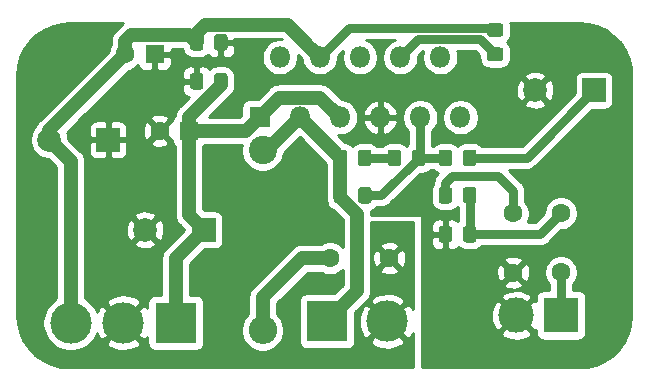
<source format=gbr>
G04 #@! TF.GenerationSoftware,KiCad,Pcbnew,5.1.6-c6e7f7d~87~ubuntu18.04.1*
G04 #@! TF.CreationDate,2020-08-21T12:14:16-04:00*
G04 #@! TF.ProjectId,lm3886_stereo_amp,6c6d3338-3836-45f7-9374-6572656f5f61,1*
G04 #@! TF.SameCoordinates,Original*
G04 #@! TF.FileFunction,Copper,L1,Top*
G04 #@! TF.FilePolarity,Positive*
%FSLAX46Y46*%
G04 Gerber Fmt 4.6, Leading zero omitted, Abs format (unit mm)*
G04 Created by KiCad (PCBNEW 5.1.6-c6e7f7d~87~ubuntu18.04.1) date 2020-08-21 12:14:16*
%MOMM*%
%LPD*%
G01*
G04 APERTURE LIST*
G04 #@! TA.AperFunction,ComponentPad*
%ADD10C,1.600000*%
G04 #@! TD*
G04 #@! TA.AperFunction,ComponentPad*
%ADD11R,1.600000X1.600000*%
G04 #@! TD*
G04 #@! TA.AperFunction,ComponentPad*
%ADD12C,2.999740*%
G04 #@! TD*
G04 #@! TA.AperFunction,ComponentPad*
%ADD13R,2.999740X2.999740*%
G04 #@! TD*
G04 #@! TA.AperFunction,ComponentPad*
%ADD14C,3.500120*%
G04 #@! TD*
G04 #@! TA.AperFunction,ComponentPad*
%ADD15R,3.500120X3.500120*%
G04 #@! TD*
G04 #@! TA.AperFunction,ComponentPad*
%ADD16O,1.800000X1.800000*%
G04 #@! TD*
G04 #@! TA.AperFunction,ComponentPad*
%ADD17R,1.800000X1.800000*%
G04 #@! TD*
G04 #@! TA.AperFunction,ComponentPad*
%ADD18O,2.400000X2.400000*%
G04 #@! TD*
G04 #@! TA.AperFunction,ComponentPad*
%ADD19C,2.400000*%
G04 #@! TD*
G04 #@! TA.AperFunction,ComponentPad*
%ADD20C,2.000000*%
G04 #@! TD*
G04 #@! TA.AperFunction,ComponentPad*
%ADD21R,2.000000X2.000000*%
G04 #@! TD*
G04 #@! TA.AperFunction,Conductor*
%ADD22C,0.762000*%
G04 #@! TD*
G04 #@! TA.AperFunction,Conductor*
%ADD23C,1.143000*%
G04 #@! TD*
G04 #@! TA.AperFunction,Conductor*
%ADD24C,0.254000*%
G04 #@! TD*
G04 APERTURE END LIST*
D10*
X152828000Y-103124000D03*
X147828000Y-103124000D03*
X163322000Y-104330500D03*
X163322000Y-99330500D03*
X167386000Y-104314000D03*
X167386000Y-99314000D03*
X130469000Y-85852000D03*
D11*
X132969000Y-85852000D03*
D10*
X133390000Y-92329000D03*
D11*
X135890000Y-92329000D03*
G04 #@! TA.AperFunction,SMDPad,CuDef*
G36*
G01*
X137100000Y-84385999D02*
X137100000Y-85286001D01*
G75*
G02*
X136850001Y-85536000I-249999J0D01*
G01*
X136199999Y-85536000D01*
G75*
G02*
X135950000Y-85286001I0J249999D01*
G01*
X135950000Y-84385999D01*
G75*
G02*
X136199999Y-84136000I249999J0D01*
G01*
X136850001Y-84136000D01*
G75*
G02*
X137100000Y-84385999I0J-249999D01*
G01*
G37*
G04 #@! TD.AperFunction*
G04 #@! TA.AperFunction,SMDPad,CuDef*
G36*
G01*
X139150000Y-84385999D02*
X139150000Y-85286001D01*
G75*
G02*
X138900001Y-85536000I-249999J0D01*
G01*
X138249999Y-85536000D01*
G75*
G02*
X138000000Y-85286001I0J249999D01*
G01*
X138000000Y-84385999D01*
G75*
G02*
X138249999Y-84136000I249999J0D01*
G01*
X138900001Y-84136000D01*
G75*
G02*
X139150000Y-84385999I0J-249999D01*
G01*
G37*
G04 #@! TD.AperFunction*
G04 #@! TA.AperFunction,SMDPad,CuDef*
G36*
G01*
X137091000Y-87687999D02*
X137091000Y-88588001D01*
G75*
G02*
X136841001Y-88838000I-249999J0D01*
G01*
X136190999Y-88838000D01*
G75*
G02*
X135941000Y-88588001I0J249999D01*
G01*
X135941000Y-87687999D01*
G75*
G02*
X136190999Y-87438000I249999J0D01*
G01*
X136841001Y-87438000D01*
G75*
G02*
X137091000Y-87687999I0J-249999D01*
G01*
G37*
G04 #@! TD.AperFunction*
G04 #@! TA.AperFunction,SMDPad,CuDef*
G36*
G01*
X139141000Y-87687999D02*
X139141000Y-88588001D01*
G75*
G02*
X138891001Y-88838000I-249999J0D01*
G01*
X138240999Y-88838000D01*
G75*
G02*
X137991000Y-88588001I0J249999D01*
G01*
X137991000Y-87687999D01*
G75*
G02*
X138240999Y-87438000I249999J0D01*
G01*
X138891001Y-87438000D01*
G75*
G02*
X139141000Y-87687999I0J-249999D01*
G01*
G37*
G04 #@! TD.AperFunction*
G04 #@! TA.AperFunction,SMDPad,CuDef*
G36*
G01*
X154746000Y-95065001D02*
X154746000Y-94164999D01*
G75*
G02*
X154995999Y-93915000I249999J0D01*
G01*
X155646001Y-93915000D01*
G75*
G02*
X155896000Y-94164999I0J-249999D01*
G01*
X155896000Y-95065001D01*
G75*
G02*
X155646001Y-95315000I-249999J0D01*
G01*
X154995999Y-95315000D01*
G75*
G02*
X154746000Y-95065001I0J249999D01*
G01*
G37*
G04 #@! TD.AperFunction*
G04 #@! TA.AperFunction,SMDPad,CuDef*
G36*
G01*
X152696000Y-95065001D02*
X152696000Y-94164999D01*
G75*
G02*
X152945999Y-93915000I249999J0D01*
G01*
X153596001Y-93915000D01*
G75*
G02*
X153846000Y-94164999I0J-249999D01*
G01*
X153846000Y-95065001D01*
G75*
G02*
X153596001Y-95315000I-249999J0D01*
G01*
X152945999Y-95315000D01*
G75*
G02*
X152696000Y-95065001I0J249999D01*
G01*
G37*
G04 #@! TD.AperFunction*
D12*
X163576000Y-107950000D03*
D13*
X167386000Y-107950000D03*
D14*
X125857000Y-108585000D03*
X130302000Y-108585000D03*
D15*
X134747000Y-108585000D03*
D14*
X152654000Y-108458000D03*
D15*
X147574000Y-108458000D03*
D16*
X158859000Y-91186000D03*
X157159000Y-86106000D03*
X155459000Y-91186000D03*
X153759000Y-86106000D03*
X152059000Y-91186000D03*
X150359000Y-86106000D03*
X148659000Y-91186000D03*
X146959000Y-86106000D03*
X145259000Y-91186000D03*
X143559000Y-86106000D03*
D17*
X141859000Y-91186000D03*
D18*
X142113000Y-109220000D03*
D19*
X142113000Y-93980000D03*
G04 #@! TA.AperFunction,SMDPad,CuDef*
G36*
G01*
X161347999Y-85277000D02*
X162248001Y-85277000D01*
G75*
G02*
X162498000Y-85526999I0J-249999D01*
G01*
X162498000Y-86177001D01*
G75*
G02*
X162248001Y-86427000I-249999J0D01*
G01*
X161347999Y-86427000D01*
G75*
G02*
X161098000Y-86177001I0J249999D01*
G01*
X161098000Y-85526999D01*
G75*
G02*
X161347999Y-85277000I249999J0D01*
G01*
G37*
G04 #@! TD.AperFunction*
G04 #@! TA.AperFunction,SMDPad,CuDef*
G36*
G01*
X161347999Y-83227000D02*
X162248001Y-83227000D01*
G75*
G02*
X162498000Y-83476999I0J-249999D01*
G01*
X162498000Y-84127001D01*
G75*
G02*
X162248001Y-84377000I-249999J0D01*
G01*
X161347999Y-84377000D01*
G75*
G02*
X161098000Y-84127001I0J249999D01*
G01*
X161098000Y-83476999D01*
G75*
G02*
X161347999Y-83227000I249999J0D01*
G01*
G37*
G04 #@! TD.AperFunction*
G04 #@! TA.AperFunction,SMDPad,CuDef*
G36*
G01*
X150174000Y-95065001D02*
X150174000Y-94164999D01*
G75*
G02*
X150423999Y-93915000I249999J0D01*
G01*
X151074001Y-93915000D01*
G75*
G02*
X151324000Y-94164999I0J-249999D01*
G01*
X151324000Y-95065001D01*
G75*
G02*
X151074001Y-95315000I-249999J0D01*
G01*
X150423999Y-95315000D01*
G75*
G02*
X150174000Y-95065001I0J249999D01*
G01*
G37*
G04 #@! TD.AperFunction*
G04 #@! TA.AperFunction,SMDPad,CuDef*
G36*
G01*
X148124000Y-95065001D02*
X148124000Y-94164999D01*
G75*
G02*
X148373999Y-93915000I249999J0D01*
G01*
X149024001Y-93915000D01*
G75*
G02*
X149274000Y-94164999I0J-249999D01*
G01*
X149274000Y-95065001D01*
G75*
G02*
X149024001Y-95315000I-249999J0D01*
G01*
X148373999Y-95315000D01*
G75*
G02*
X148124000Y-95065001I0J249999D01*
G01*
G37*
G04 #@! TD.AperFunction*
G04 #@! TA.AperFunction,SMDPad,CuDef*
G36*
G01*
X150192000Y-98240001D02*
X150192000Y-97339999D01*
G75*
G02*
X150441999Y-97090000I249999J0D01*
G01*
X151092001Y-97090000D01*
G75*
G02*
X151342000Y-97339999I0J-249999D01*
G01*
X151342000Y-98240001D01*
G75*
G02*
X151092001Y-98490000I-249999J0D01*
G01*
X150441999Y-98490000D01*
G75*
G02*
X150192000Y-98240001I0J249999D01*
G01*
G37*
G04 #@! TD.AperFunction*
G04 #@! TA.AperFunction,SMDPad,CuDef*
G36*
G01*
X148142000Y-98240001D02*
X148142000Y-97339999D01*
G75*
G02*
X148391999Y-97090000I249999J0D01*
G01*
X149042001Y-97090000D01*
G75*
G02*
X149292000Y-97339999I0J-249999D01*
G01*
X149292000Y-98240001D01*
G75*
G02*
X149042001Y-98490000I-249999J0D01*
G01*
X148391999Y-98490000D01*
G75*
G02*
X148142000Y-98240001I0J249999D01*
G01*
G37*
G04 #@! TD.AperFunction*
G04 #@! TA.AperFunction,SMDPad,CuDef*
G36*
G01*
X159064000Y-95065001D02*
X159064000Y-94164999D01*
G75*
G02*
X159313999Y-93915000I249999J0D01*
G01*
X159964001Y-93915000D01*
G75*
G02*
X160214000Y-94164999I0J-249999D01*
G01*
X160214000Y-95065001D01*
G75*
G02*
X159964001Y-95315000I-249999J0D01*
G01*
X159313999Y-95315000D01*
G75*
G02*
X159064000Y-95065001I0J249999D01*
G01*
G37*
G04 #@! TD.AperFunction*
G04 #@! TA.AperFunction,SMDPad,CuDef*
G36*
G01*
X157014000Y-95065001D02*
X157014000Y-94164999D01*
G75*
G02*
X157263999Y-93915000I249999J0D01*
G01*
X157914001Y-93915000D01*
G75*
G02*
X158164000Y-94164999I0J-249999D01*
G01*
X158164000Y-95065001D01*
G75*
G02*
X157914001Y-95315000I-249999J0D01*
G01*
X157263999Y-95315000D01*
G75*
G02*
X157014000Y-95065001I0J249999D01*
G01*
G37*
G04 #@! TD.AperFunction*
G04 #@! TA.AperFunction,SMDPad,CuDef*
G36*
G01*
X159064000Y-98240001D02*
X159064000Y-97339999D01*
G75*
G02*
X159313999Y-97090000I249999J0D01*
G01*
X159964001Y-97090000D01*
G75*
G02*
X160214000Y-97339999I0J-249999D01*
G01*
X160214000Y-98240001D01*
G75*
G02*
X159964001Y-98490000I-249999J0D01*
G01*
X159313999Y-98490000D01*
G75*
G02*
X159064000Y-98240001I0J249999D01*
G01*
G37*
G04 #@! TD.AperFunction*
G04 #@! TA.AperFunction,SMDPad,CuDef*
G36*
G01*
X157014000Y-98240001D02*
X157014000Y-97339999D01*
G75*
G02*
X157263999Y-97090000I249999J0D01*
G01*
X157914001Y-97090000D01*
G75*
G02*
X158164000Y-97339999I0J-249999D01*
G01*
X158164000Y-98240001D01*
G75*
G02*
X157914001Y-98490000I-249999J0D01*
G01*
X157263999Y-98490000D01*
G75*
G02*
X157014000Y-98240001I0J249999D01*
G01*
G37*
G04 #@! TD.AperFunction*
G04 #@! TA.AperFunction,SMDPad,CuDef*
G36*
G01*
X158164000Y-100641999D02*
X158164000Y-101542001D01*
G75*
G02*
X157914001Y-101792000I-249999J0D01*
G01*
X157263999Y-101792000D01*
G75*
G02*
X157014000Y-101542001I0J249999D01*
G01*
X157014000Y-100641999D01*
G75*
G02*
X157263999Y-100392000I249999J0D01*
G01*
X157914001Y-100392000D01*
G75*
G02*
X158164000Y-100641999I0J-249999D01*
G01*
G37*
G04 #@! TD.AperFunction*
G04 #@! TA.AperFunction,SMDPad,CuDef*
G36*
G01*
X160214000Y-100641999D02*
X160214000Y-101542001D01*
G75*
G02*
X159964001Y-101792000I-249999J0D01*
G01*
X159313999Y-101792000D01*
G75*
G02*
X159064000Y-101542001I0J249999D01*
G01*
X159064000Y-100641999D01*
G75*
G02*
X159313999Y-100392000I249999J0D01*
G01*
X159964001Y-100392000D01*
G75*
G02*
X160214000Y-100641999I0J-249999D01*
G01*
G37*
G04 #@! TD.AperFunction*
D20*
X124032000Y-93091000D03*
D21*
X129032000Y-93091000D03*
D20*
X132160000Y-100711000D03*
D21*
X137160000Y-100711000D03*
D20*
X165180000Y-88900000D03*
D21*
X170180000Y-88900000D03*
D22*
X167386000Y-104314000D02*
X167386000Y-107950000D01*
X165608000Y-101092000D02*
X167386000Y-99314000D01*
X159639000Y-101092000D02*
X165608000Y-101092000D01*
X159639000Y-97790000D02*
X159639000Y-101092000D01*
X158178500Y-96139000D02*
X157589000Y-96728500D01*
X157589000Y-96728500D02*
X157589000Y-97790000D01*
X162052000Y-96139000D02*
X158178500Y-96139000D01*
X163322000Y-99394000D02*
X163322000Y-97409000D01*
X163322000Y-97409000D02*
X162052000Y-96139000D01*
X164465000Y-94615000D02*
X170180000Y-88900000D01*
X159639000Y-94615000D02*
X164465000Y-94615000D01*
X155321000Y-94615000D02*
X157589000Y-94615000D01*
X155459000Y-94477000D02*
X155321000Y-94615000D01*
X155459000Y-91186000D02*
X155459000Y-94477000D01*
X152146000Y-97790000D02*
X150767000Y-97790000D01*
X155321000Y-94615000D02*
X152146000Y-97790000D01*
X150749000Y-94615000D02*
X153271000Y-94615000D01*
D23*
X145415000Y-103124000D02*
X147828000Y-103124000D01*
X142113000Y-109220000D02*
X142113000Y-106426000D01*
X142113000Y-106426000D02*
X145415000Y-103124000D01*
X147759001Y-90286001D02*
X148659000Y-91186000D01*
X146987499Y-89514499D02*
X147759001Y-90286001D01*
X143530501Y-89514499D02*
X146987499Y-89514499D01*
X141859000Y-91186000D02*
X143530501Y-89514499D01*
X140716000Y-92329000D02*
X141859000Y-91186000D01*
X135890000Y-92329000D02*
X140716000Y-92329000D01*
X134747000Y-103124000D02*
X137160000Y-100711000D01*
X134747000Y-108585000D02*
X134747000Y-103124000D01*
X135890000Y-99441000D02*
X135890000Y-92329000D01*
X137160000Y-100711000D02*
X135890000Y-99441000D01*
X138566000Y-88446500D02*
X138566000Y-88138000D01*
X135890000Y-92329000D02*
X135890000Y-91122500D01*
X135890000Y-91122500D02*
X138566000Y-88446500D01*
X124032000Y-92289000D02*
X130469000Y-85852000D01*
X124032000Y-93091000D02*
X124032000Y-92289000D01*
X130977002Y-84212628D02*
X135901628Y-84212628D01*
X135901628Y-84212628D02*
X136525000Y-84836000D01*
X130469000Y-84720630D02*
X130977002Y-84212628D01*
X130469000Y-85852000D02*
X130469000Y-84720630D01*
X146059001Y-85206001D02*
X146959000Y-86106000D01*
X144217490Y-83364490D02*
X146059001Y-85206001D01*
X137196510Y-83364490D02*
X144217490Y-83364490D01*
X136525000Y-84036000D02*
X137196510Y-83364490D01*
X136525000Y-84836000D02*
X136525000Y-84036000D01*
X125857000Y-94916000D02*
X124032000Y-93091000D01*
X125857000Y-108585000D02*
X125857000Y-94916000D01*
D22*
X161798000Y-83802000D02*
X161615989Y-83619989D01*
X149445011Y-83619989D02*
X146959000Y-86106000D01*
X161615989Y-83619989D02*
X149445011Y-83619989D01*
D23*
X142465000Y-93980000D02*
X145259000Y-91186000D01*
X142113000Y-93980000D02*
X142465000Y-93980000D01*
X148688000Y-94615000D02*
X145259000Y-91186000D01*
X148699000Y-94615000D02*
X148688000Y-94615000D01*
X147574000Y-108391136D02*
X150095010Y-105870126D01*
X147574000Y-108458000D02*
X147574000Y-108391136D01*
X150095010Y-105870126D02*
X150095010Y-99337646D01*
X150095010Y-99337646D02*
X148699000Y-97941636D01*
X148699000Y-95415000D02*
X148699000Y-94615000D01*
X148699000Y-97941636D02*
X148699000Y-95415000D01*
D22*
X160528000Y-84582000D02*
X161798000Y-85852000D01*
X153759000Y-86106000D02*
X155283000Y-84582000D01*
X155283000Y-84582000D02*
X160528000Y-84582000D01*
D24*
G36*
X130119750Y-83355376D02*
G01*
X130081967Y-83401415D01*
X129657782Y-83825600D01*
X129611749Y-83863378D01*
X129573971Y-83909411D01*
X129460979Y-84047092D01*
X129418267Y-84127001D01*
X129348947Y-84256689D01*
X129279958Y-84484115D01*
X129262740Y-84658933D01*
X129256663Y-84720630D01*
X129262500Y-84779891D01*
X129262500Y-85074724D01*
X129197320Y-85172273D01*
X129089147Y-85433426D01*
X129066258Y-85548494D01*
X123220782Y-91393970D01*
X123174749Y-91431748D01*
X123136971Y-91477781D01*
X123023979Y-91615462D01*
X123002599Y-91655462D01*
X122911947Y-91825059D01*
X122879831Y-91930930D01*
X122762013Y-92048748D01*
X122583082Y-92316537D01*
X122459832Y-92614088D01*
X122397000Y-92929967D01*
X122397000Y-93252033D01*
X122459832Y-93567912D01*
X122583082Y-93865463D01*
X122762013Y-94133252D01*
X122989748Y-94360987D01*
X123257537Y-94539918D01*
X123555088Y-94663168D01*
X123870967Y-94726000D01*
X123960752Y-94726000D01*
X124650501Y-95415749D01*
X124650500Y-106522670D01*
X124336613Y-106732403D01*
X124004403Y-107064613D01*
X123743387Y-107455251D01*
X123563597Y-107889304D01*
X123471940Y-108350092D01*
X123471940Y-108819908D01*
X123563597Y-109280696D01*
X123743387Y-109714749D01*
X124004403Y-110105387D01*
X124336613Y-110437597D01*
X124727251Y-110698613D01*
X125161304Y-110878403D01*
X125622092Y-110970060D01*
X126091908Y-110970060D01*
X126552696Y-110878403D01*
X126986749Y-110698613D01*
X127377387Y-110437597D01*
X127560333Y-110254651D01*
X128811954Y-110254651D01*
X128998039Y-110595815D01*
X129415384Y-110811568D01*
X129866802Y-110941755D01*
X130334944Y-110981374D01*
X130801821Y-110928901D01*
X131249489Y-110786354D01*
X131605961Y-110595815D01*
X131792046Y-110254651D01*
X130302000Y-108764605D01*
X128811954Y-110254651D01*
X127560333Y-110254651D01*
X127709597Y-110105387D01*
X127970613Y-109714749D01*
X128076942Y-109458047D01*
X128100646Y-109532489D01*
X128291185Y-109888961D01*
X128632349Y-110075046D01*
X130122395Y-108585000D01*
X128632349Y-107094954D01*
X128291185Y-107281039D01*
X128075432Y-107698384D01*
X128073745Y-107704234D01*
X127970613Y-107455251D01*
X127709597Y-107064613D01*
X127560333Y-106915349D01*
X128811954Y-106915349D01*
X130302000Y-108405395D01*
X131792046Y-106915349D01*
X131605961Y-106574185D01*
X131188616Y-106358432D01*
X130737198Y-106228245D01*
X130269056Y-106188626D01*
X129802179Y-106241099D01*
X129354511Y-106383646D01*
X128998039Y-106574185D01*
X128811954Y-106915349D01*
X127560333Y-106915349D01*
X127377387Y-106732403D01*
X127063500Y-106522670D01*
X127063500Y-101846413D01*
X131204192Y-101846413D01*
X131299956Y-102110814D01*
X131589571Y-102251704D01*
X131901108Y-102333384D01*
X132222595Y-102352718D01*
X132541675Y-102308961D01*
X132846088Y-102203795D01*
X133020044Y-102110814D01*
X133115808Y-101846413D01*
X132160000Y-100890605D01*
X131204192Y-101846413D01*
X127063500Y-101846413D01*
X127063500Y-100773595D01*
X130518282Y-100773595D01*
X130562039Y-101092675D01*
X130667205Y-101397088D01*
X130760186Y-101571044D01*
X131024587Y-101666808D01*
X131980395Y-100711000D01*
X132339605Y-100711000D01*
X133295413Y-101666808D01*
X133559814Y-101571044D01*
X133700704Y-101281429D01*
X133782384Y-100969892D01*
X133801718Y-100648405D01*
X133757961Y-100329325D01*
X133652795Y-100024912D01*
X133559814Y-99850956D01*
X133295413Y-99755192D01*
X132339605Y-100711000D01*
X131980395Y-100711000D01*
X131024587Y-99755192D01*
X130760186Y-99850956D01*
X130619296Y-100140571D01*
X130537616Y-100452108D01*
X130518282Y-100773595D01*
X127063500Y-100773595D01*
X127063500Y-99575587D01*
X131204192Y-99575587D01*
X132160000Y-100531395D01*
X133115808Y-99575587D01*
X133020044Y-99311186D01*
X132730429Y-99170296D01*
X132418892Y-99088616D01*
X132097405Y-99069282D01*
X131778325Y-99113039D01*
X131473912Y-99218205D01*
X131299956Y-99311186D01*
X131204192Y-99575587D01*
X127063500Y-99575587D01*
X127063500Y-94975261D01*
X127069337Y-94916000D01*
X127063500Y-94856737D01*
X127046042Y-94679485D01*
X126977053Y-94452059D01*
X126977053Y-94452058D01*
X126865021Y-94242461D01*
X126775395Y-94133252D01*
X126740721Y-94091000D01*
X127393928Y-94091000D01*
X127406188Y-94215482D01*
X127442498Y-94335180D01*
X127501463Y-94445494D01*
X127580815Y-94542185D01*
X127677506Y-94621537D01*
X127787820Y-94680502D01*
X127907518Y-94716812D01*
X128032000Y-94729072D01*
X128746250Y-94726000D01*
X128905000Y-94567250D01*
X128905000Y-93218000D01*
X129159000Y-93218000D01*
X129159000Y-94567250D01*
X129317750Y-94726000D01*
X130032000Y-94729072D01*
X130156482Y-94716812D01*
X130276180Y-94680502D01*
X130386494Y-94621537D01*
X130483185Y-94542185D01*
X130562537Y-94445494D01*
X130621502Y-94335180D01*
X130657812Y-94215482D01*
X130670072Y-94091000D01*
X130667000Y-93376750D01*
X130611952Y-93321702D01*
X132576903Y-93321702D01*
X132648486Y-93565671D01*
X132903996Y-93686571D01*
X133178184Y-93755300D01*
X133460512Y-93769217D01*
X133740130Y-93727787D01*
X134006292Y-93632603D01*
X134131514Y-93565671D01*
X134203097Y-93321702D01*
X133390000Y-92508605D01*
X132576903Y-93321702D01*
X130611952Y-93321702D01*
X130508250Y-93218000D01*
X129159000Y-93218000D01*
X128905000Y-93218000D01*
X127555750Y-93218000D01*
X127397000Y-93376750D01*
X127393928Y-94091000D01*
X126740721Y-94091000D01*
X126714252Y-94058748D01*
X126668213Y-94020965D01*
X125667000Y-93019752D01*
X125667000Y-92929967D01*
X125604168Y-92614088D01*
X125548223Y-92479025D01*
X125936248Y-92091000D01*
X127393928Y-92091000D01*
X127397000Y-92805250D01*
X127555750Y-92964000D01*
X128905000Y-92964000D01*
X128905000Y-91614750D01*
X129159000Y-91614750D01*
X129159000Y-92964000D01*
X130508250Y-92964000D01*
X130667000Y-92805250D01*
X130668745Y-92399512D01*
X131949783Y-92399512D01*
X131991213Y-92679130D01*
X132086397Y-92945292D01*
X132153329Y-93070514D01*
X132397298Y-93142097D01*
X133210395Y-92329000D01*
X132397298Y-91515903D01*
X132153329Y-91587486D01*
X132032429Y-91842996D01*
X131963700Y-92117184D01*
X131949783Y-92399512D01*
X130668745Y-92399512D01*
X130670072Y-92091000D01*
X130657812Y-91966518D01*
X130621502Y-91846820D01*
X130562537Y-91736506D01*
X130483185Y-91639815D01*
X130386494Y-91560463D01*
X130276180Y-91501498D01*
X130156482Y-91465188D01*
X130032000Y-91452928D01*
X129317750Y-91456000D01*
X129159000Y-91614750D01*
X128905000Y-91614750D01*
X128746250Y-91456000D01*
X128032000Y-91452928D01*
X127907518Y-91465188D01*
X127787820Y-91501498D01*
X127677506Y-91560463D01*
X127580815Y-91639815D01*
X127501463Y-91736506D01*
X127442498Y-91846820D01*
X127406188Y-91966518D01*
X127393928Y-92091000D01*
X125936248Y-92091000D01*
X126690950Y-91336298D01*
X132576903Y-91336298D01*
X133390000Y-92149395D01*
X134203097Y-91336298D01*
X134131514Y-91092329D01*
X133876004Y-90971429D01*
X133601816Y-90902700D01*
X133319488Y-90888783D01*
X133039870Y-90930213D01*
X132773708Y-91025397D01*
X132648486Y-91092329D01*
X132576903Y-91336298D01*
X126690950Y-91336298D01*
X130589248Y-87438000D01*
X135302928Y-87438000D01*
X135306000Y-87852250D01*
X135464750Y-88011000D01*
X136389000Y-88011000D01*
X136389000Y-86961750D01*
X136230250Y-86803000D01*
X135941000Y-86799928D01*
X135816518Y-86812188D01*
X135696820Y-86848498D01*
X135586506Y-86907463D01*
X135489815Y-86986815D01*
X135410463Y-87083506D01*
X135351498Y-87193820D01*
X135315188Y-87313518D01*
X135302928Y-87438000D01*
X130589248Y-87438000D01*
X130772506Y-87254742D01*
X130887574Y-87231853D01*
X131148727Y-87123680D01*
X131383759Y-86966637D01*
X131550339Y-86800057D01*
X131579498Y-86896180D01*
X131638463Y-87006494D01*
X131717815Y-87103185D01*
X131814506Y-87182537D01*
X131924820Y-87241502D01*
X132044518Y-87277812D01*
X132169000Y-87290072D01*
X132683250Y-87287000D01*
X132842000Y-87128250D01*
X132842000Y-85979000D01*
X133096000Y-85979000D01*
X133096000Y-87128250D01*
X133254750Y-87287000D01*
X133769000Y-87290072D01*
X133893482Y-87277812D01*
X134013180Y-87241502D01*
X134123494Y-87182537D01*
X134220185Y-87103185D01*
X134299537Y-87006494D01*
X134358502Y-86896180D01*
X134394812Y-86776482D01*
X134407072Y-86652000D01*
X134404000Y-86137750D01*
X134245250Y-85979000D01*
X133096000Y-85979000D01*
X132842000Y-85979000D01*
X132822000Y-85979000D01*
X132822000Y-85725000D01*
X132842000Y-85725000D01*
X132842000Y-85705000D01*
X133096000Y-85705000D01*
X133096000Y-85725000D01*
X134245250Y-85725000D01*
X134404000Y-85566250D01*
X134404879Y-85419128D01*
X135325040Y-85419128D01*
X135328992Y-85459255D01*
X135379528Y-85625851D01*
X135461595Y-85779387D01*
X135572038Y-85913962D01*
X135706613Y-86024405D01*
X135860149Y-86106472D01*
X136026745Y-86157008D01*
X136199999Y-86174072D01*
X136850001Y-86174072D01*
X137023255Y-86157008D01*
X137189851Y-86106472D01*
X137343387Y-86024405D01*
X137477962Y-85913962D01*
X137483342Y-85907406D01*
X137548815Y-85987185D01*
X137645506Y-86066537D01*
X137755820Y-86125502D01*
X137875518Y-86161812D01*
X138000000Y-86174072D01*
X138289250Y-86171000D01*
X138448000Y-86012250D01*
X138448000Y-84963000D01*
X138702000Y-84963000D01*
X138702000Y-86012250D01*
X138860750Y-86171000D01*
X139150000Y-86174072D01*
X139274482Y-86161812D01*
X139394180Y-86125502D01*
X139504494Y-86066537D01*
X139601185Y-85987185D01*
X139680537Y-85890494D01*
X139739502Y-85780180D01*
X139775812Y-85660482D01*
X139788072Y-85536000D01*
X139785000Y-85121750D01*
X139626250Y-84963000D01*
X138702000Y-84963000D01*
X138448000Y-84963000D01*
X138428000Y-84963000D01*
X138428000Y-84709000D01*
X138448000Y-84709000D01*
X138448000Y-84689000D01*
X138702000Y-84689000D01*
X138702000Y-84709000D01*
X139626250Y-84709000D01*
X139764260Y-84570990D01*
X143717742Y-84570990D01*
X143719631Y-84572879D01*
X143710184Y-84571000D01*
X143407816Y-84571000D01*
X143111257Y-84629989D01*
X142831905Y-84745701D01*
X142580495Y-84913688D01*
X142366688Y-85127495D01*
X142198701Y-85378905D01*
X142082989Y-85658257D01*
X142024000Y-85954816D01*
X142024000Y-86257184D01*
X142082989Y-86553743D01*
X142198701Y-86833095D01*
X142366688Y-87084505D01*
X142580495Y-87298312D01*
X142831905Y-87466299D01*
X143111257Y-87582011D01*
X143407816Y-87641000D01*
X143710184Y-87641000D01*
X144006743Y-87582011D01*
X144286095Y-87466299D01*
X144537505Y-87298312D01*
X144751312Y-87084505D01*
X144919299Y-86833095D01*
X145035011Y-86553743D01*
X145094000Y-86257184D01*
X145094000Y-85954816D01*
X145092121Y-85945369D01*
X145428982Y-86282230D01*
X145482989Y-86553743D01*
X145598701Y-86833095D01*
X145766688Y-87084505D01*
X145980495Y-87298312D01*
X146231905Y-87466299D01*
X146511257Y-87582011D01*
X146807816Y-87641000D01*
X147110184Y-87641000D01*
X147406743Y-87582011D01*
X147686095Y-87466299D01*
X147937505Y-87298312D01*
X148151312Y-87084505D01*
X148319299Y-86833095D01*
X148435011Y-86553743D01*
X148494000Y-86257184D01*
X148494000Y-86007840D01*
X148910853Y-85590987D01*
X148882989Y-85658257D01*
X148824000Y-85954816D01*
X148824000Y-86257184D01*
X148882989Y-86553743D01*
X148998701Y-86833095D01*
X149166688Y-87084505D01*
X149380495Y-87298312D01*
X149631905Y-87466299D01*
X149911257Y-87582011D01*
X150207816Y-87641000D01*
X150510184Y-87641000D01*
X150806743Y-87582011D01*
X151086095Y-87466299D01*
X151337505Y-87298312D01*
X151551312Y-87084505D01*
X151719299Y-86833095D01*
X151835011Y-86553743D01*
X151894000Y-86257184D01*
X151894000Y-85954816D01*
X151835011Y-85658257D01*
X151719299Y-85378905D01*
X151551312Y-85127495D01*
X151337505Y-84913688D01*
X151086095Y-84745701D01*
X150821228Y-84635989D01*
X153296772Y-84635989D01*
X153031905Y-84745701D01*
X152780495Y-84913688D01*
X152566688Y-85127495D01*
X152398701Y-85378905D01*
X152282989Y-85658257D01*
X152224000Y-85954816D01*
X152224000Y-86257184D01*
X152282989Y-86553743D01*
X152398701Y-86833095D01*
X152566688Y-87084505D01*
X152780495Y-87298312D01*
X153031905Y-87466299D01*
X153311257Y-87582011D01*
X153607816Y-87641000D01*
X153910184Y-87641000D01*
X154206743Y-87582011D01*
X154486095Y-87466299D01*
X154737505Y-87298312D01*
X154951312Y-87084505D01*
X155119299Y-86833095D01*
X155235011Y-86553743D01*
X155294000Y-86257184D01*
X155294000Y-86007841D01*
X155703841Y-85598000D01*
X155707948Y-85598000D01*
X155682989Y-85658257D01*
X155624000Y-85954816D01*
X155624000Y-86257184D01*
X155682989Y-86553743D01*
X155798701Y-86833095D01*
X155966688Y-87084505D01*
X156180495Y-87298312D01*
X156431905Y-87466299D01*
X156711257Y-87582011D01*
X157007816Y-87641000D01*
X157310184Y-87641000D01*
X157606743Y-87582011D01*
X157886095Y-87466299D01*
X158137505Y-87298312D01*
X158351312Y-87084505D01*
X158519299Y-86833095D01*
X158635011Y-86553743D01*
X158694000Y-86257184D01*
X158694000Y-85954816D01*
X158635011Y-85658257D01*
X158610052Y-85598000D01*
X160107160Y-85598000D01*
X160459928Y-85950769D01*
X160459928Y-86177001D01*
X160476992Y-86350255D01*
X160527528Y-86516851D01*
X160609595Y-86670387D01*
X160720038Y-86804962D01*
X160854613Y-86915405D01*
X161008149Y-86997472D01*
X161174745Y-87048008D01*
X161347999Y-87065072D01*
X162248001Y-87065072D01*
X162421255Y-87048008D01*
X162587851Y-86997472D01*
X162741387Y-86915405D01*
X162875962Y-86804962D01*
X162986405Y-86670387D01*
X163068472Y-86516851D01*
X163119008Y-86350255D01*
X163136072Y-86177001D01*
X163136072Y-85526999D01*
X163119008Y-85353745D01*
X163068472Y-85187149D01*
X162986405Y-85033613D01*
X162875962Y-84899038D01*
X162788184Y-84827000D01*
X162875962Y-84754962D01*
X162986405Y-84620387D01*
X163068472Y-84466851D01*
X163119008Y-84300255D01*
X163136072Y-84127001D01*
X163136072Y-83476999D01*
X163119008Y-83303745D01*
X163090571Y-83210000D01*
X168880608Y-83210000D01*
X169692249Y-83282437D01*
X170449774Y-83489672D01*
X171158625Y-83827777D01*
X171796404Y-84286067D01*
X172342946Y-84850055D01*
X172780977Y-85501913D01*
X173096651Y-86221038D01*
X173281206Y-86989768D01*
X173330001Y-87654221D01*
X173330000Y-107920608D01*
X173257563Y-108732249D01*
X173050328Y-109489774D01*
X172712221Y-110198627D01*
X172253928Y-110836410D01*
X171689945Y-111382946D01*
X171038085Y-111820978D01*
X170318963Y-112136651D01*
X169550232Y-112321206D01*
X168885792Y-112370000D01*
X155575000Y-112370000D01*
X155575000Y-109441561D01*
X162264044Y-109441561D01*
X162420040Y-109757108D01*
X162794800Y-109947901D01*
X163199582Y-110061917D01*
X163618829Y-110094772D01*
X164036431Y-110045205D01*
X164436339Y-109915121D01*
X164731960Y-109757108D01*
X164887956Y-109441561D01*
X163576000Y-108129605D01*
X162264044Y-109441561D01*
X155575000Y-109441561D01*
X155575000Y-107992829D01*
X161431228Y-107992829D01*
X161480795Y-108410431D01*
X161610879Y-108810339D01*
X161768892Y-109105960D01*
X162084439Y-109261956D01*
X163396395Y-107950000D01*
X163755605Y-107950000D01*
X165067561Y-109261956D01*
X165248058Y-109172724D01*
X165248058Y-109449870D01*
X165260318Y-109574352D01*
X165296628Y-109694050D01*
X165355593Y-109804364D01*
X165434945Y-109901055D01*
X165531636Y-109980407D01*
X165641950Y-110039372D01*
X165761648Y-110075682D01*
X165886130Y-110087942D01*
X168885870Y-110087942D01*
X169010352Y-110075682D01*
X169130050Y-110039372D01*
X169240364Y-109980407D01*
X169337055Y-109901055D01*
X169416407Y-109804364D01*
X169475372Y-109694050D01*
X169511682Y-109574352D01*
X169523942Y-109449870D01*
X169523942Y-106450130D01*
X169511682Y-106325648D01*
X169475372Y-106205950D01*
X169416407Y-106095636D01*
X169337055Y-105998945D01*
X169240364Y-105919593D01*
X169130050Y-105860628D01*
X169010352Y-105824318D01*
X168885870Y-105812058D01*
X168402000Y-105812058D01*
X168402000Y-105327396D01*
X168500637Y-105228759D01*
X168657680Y-104993727D01*
X168765853Y-104732574D01*
X168821000Y-104455335D01*
X168821000Y-104172665D01*
X168765853Y-103895426D01*
X168657680Y-103634273D01*
X168500637Y-103399241D01*
X168300759Y-103199363D01*
X168065727Y-103042320D01*
X167804574Y-102934147D01*
X167527335Y-102879000D01*
X167244665Y-102879000D01*
X166967426Y-102934147D01*
X166706273Y-103042320D01*
X166471241Y-103199363D01*
X166271363Y-103399241D01*
X166114320Y-103634273D01*
X166006147Y-103895426D01*
X165951000Y-104172665D01*
X165951000Y-104455335D01*
X166006147Y-104732574D01*
X166114320Y-104993727D01*
X166271363Y-105228759D01*
X166370000Y-105327396D01*
X166370000Y-105812058D01*
X165886130Y-105812058D01*
X165761648Y-105824318D01*
X165641950Y-105860628D01*
X165531636Y-105919593D01*
X165434945Y-105998945D01*
X165355593Y-106095636D01*
X165296628Y-106205950D01*
X165260318Y-106325648D01*
X165248058Y-106450130D01*
X165248058Y-106727276D01*
X165067561Y-106638044D01*
X163755605Y-107950000D01*
X163396395Y-107950000D01*
X162084439Y-106638044D01*
X161768892Y-106794040D01*
X161578099Y-107168800D01*
X161464083Y-107573582D01*
X161431228Y-107992829D01*
X155575000Y-107992829D01*
X155575000Y-106458439D01*
X162264044Y-106458439D01*
X163576000Y-107770395D01*
X164887956Y-106458439D01*
X164731960Y-106142892D01*
X164357200Y-105952099D01*
X163952418Y-105838083D01*
X163533171Y-105805228D01*
X163115569Y-105854795D01*
X162715661Y-105984879D01*
X162420040Y-106142892D01*
X162264044Y-106458439D01*
X155575000Y-106458439D01*
X155575000Y-105323202D01*
X162508903Y-105323202D01*
X162580486Y-105567171D01*
X162835996Y-105688071D01*
X163110184Y-105756800D01*
X163392512Y-105770717D01*
X163672130Y-105729287D01*
X163938292Y-105634103D01*
X164063514Y-105567171D01*
X164135097Y-105323202D01*
X163322000Y-104510105D01*
X162508903Y-105323202D01*
X155575000Y-105323202D01*
X155575000Y-104401012D01*
X161881783Y-104401012D01*
X161923213Y-104680630D01*
X162018397Y-104946792D01*
X162085329Y-105072014D01*
X162329298Y-105143597D01*
X163142395Y-104330500D01*
X163501605Y-104330500D01*
X164314702Y-105143597D01*
X164558671Y-105072014D01*
X164679571Y-104816504D01*
X164748300Y-104542316D01*
X164762217Y-104259988D01*
X164720787Y-103980370D01*
X164625603Y-103714208D01*
X164558671Y-103588986D01*
X164314702Y-103517403D01*
X163501605Y-104330500D01*
X163142395Y-104330500D01*
X162329298Y-103517403D01*
X162085329Y-103588986D01*
X161964429Y-103844496D01*
X161895700Y-104118684D01*
X161881783Y-104401012D01*
X155575000Y-104401012D01*
X155575000Y-103337798D01*
X162508903Y-103337798D01*
X163322000Y-104150895D01*
X164135097Y-103337798D01*
X164063514Y-103093829D01*
X163808004Y-102972929D01*
X163533816Y-102904200D01*
X163251488Y-102890283D01*
X162971870Y-102931713D01*
X162705708Y-103026897D01*
X162580486Y-103093829D01*
X162508903Y-103337798D01*
X155575000Y-103337798D01*
X155575000Y-101792000D01*
X156375928Y-101792000D01*
X156388188Y-101916482D01*
X156424498Y-102036180D01*
X156483463Y-102146494D01*
X156562815Y-102243185D01*
X156659506Y-102322537D01*
X156769820Y-102381502D01*
X156889518Y-102417812D01*
X157014000Y-102430072D01*
X157303250Y-102427000D01*
X157462000Y-102268250D01*
X157462000Y-101219000D01*
X156537750Y-101219000D01*
X156379000Y-101377750D01*
X156375928Y-101792000D01*
X155575000Y-101792000D01*
X155575000Y-100392000D01*
X156375928Y-100392000D01*
X156379000Y-100806250D01*
X156537750Y-100965000D01*
X157462000Y-100965000D01*
X157462000Y-99915750D01*
X157303250Y-99757000D01*
X157014000Y-99753928D01*
X156889518Y-99766188D01*
X156769820Y-99802498D01*
X156659506Y-99861463D01*
X156562815Y-99940815D01*
X156483463Y-100037506D01*
X156424498Y-100147820D01*
X156388188Y-100267518D01*
X156375928Y-100392000D01*
X155575000Y-100392000D01*
X155575000Y-99568000D01*
X155572560Y-99543224D01*
X155565333Y-99519399D01*
X155553597Y-99497443D01*
X155537803Y-99478197D01*
X155518557Y-99462403D01*
X155496601Y-99450667D01*
X155472776Y-99443440D01*
X155448000Y-99441000D01*
X151301510Y-99441000D01*
X151301510Y-99396906D01*
X151307347Y-99337645D01*
X151295583Y-99218205D01*
X151284451Y-99105185D01*
X151431851Y-99060472D01*
X151585387Y-98978405D01*
X151719962Y-98867962D01*
X151770813Y-98806000D01*
X152096098Y-98806000D01*
X152146000Y-98810915D01*
X152195902Y-98806000D01*
X152345171Y-98791298D01*
X152536687Y-98733202D01*
X152713190Y-98638860D01*
X152867896Y-98511896D01*
X152899712Y-98473128D01*
X155419769Y-95953072D01*
X155646001Y-95953072D01*
X155819255Y-95936008D01*
X155985851Y-95885472D01*
X156139387Y-95803405D01*
X156273962Y-95692962D01*
X156324813Y-95631000D01*
X156585187Y-95631000D01*
X156636038Y-95692962D01*
X156770613Y-95803405D01*
X156924149Y-95885472D01*
X156978654Y-95902006D01*
X156905873Y-95974787D01*
X156867104Y-96006604D01*
X156740140Y-96161310D01*
X156645798Y-96337814D01*
X156590675Y-96519528D01*
X156587702Y-96529330D01*
X156568085Y-96728500D01*
X156573000Y-96778403D01*
X156573000Y-96788850D01*
X156525595Y-96846613D01*
X156443528Y-97000149D01*
X156392992Y-97166745D01*
X156375928Y-97339999D01*
X156375928Y-98240001D01*
X156392992Y-98413255D01*
X156443528Y-98579851D01*
X156525595Y-98733387D01*
X156636038Y-98867962D01*
X156770613Y-98978405D01*
X156924149Y-99060472D01*
X157090745Y-99111008D01*
X157263999Y-99128072D01*
X157914001Y-99128072D01*
X158087255Y-99111008D01*
X158253851Y-99060472D01*
X158407387Y-98978405D01*
X158541962Y-98867962D01*
X158614000Y-98780184D01*
X158623000Y-98791150D01*
X158623001Y-99950338D01*
X158615185Y-99940815D01*
X158518494Y-99861463D01*
X158408180Y-99802498D01*
X158288482Y-99766188D01*
X158164000Y-99753928D01*
X157874750Y-99757000D01*
X157716000Y-99915750D01*
X157716000Y-100965000D01*
X157736000Y-100965000D01*
X157736000Y-101219000D01*
X157716000Y-101219000D01*
X157716000Y-102268250D01*
X157874750Y-102427000D01*
X158164000Y-102430072D01*
X158288482Y-102417812D01*
X158408180Y-102381502D01*
X158518494Y-102322537D01*
X158615185Y-102243185D01*
X158680658Y-102163406D01*
X158686038Y-102169962D01*
X158820613Y-102280405D01*
X158974149Y-102362472D01*
X159140745Y-102413008D01*
X159313999Y-102430072D01*
X159964001Y-102430072D01*
X160137255Y-102413008D01*
X160303851Y-102362472D01*
X160457387Y-102280405D01*
X160591962Y-102169962D01*
X160642813Y-102108000D01*
X165558098Y-102108000D01*
X165608000Y-102112915D01*
X165657902Y-102108000D01*
X165807171Y-102093298D01*
X165998687Y-102035202D01*
X166175190Y-101940860D01*
X166329896Y-101813896D01*
X166361712Y-101775128D01*
X167387841Y-100749000D01*
X167527335Y-100749000D01*
X167804574Y-100693853D01*
X168065727Y-100585680D01*
X168300759Y-100428637D01*
X168500637Y-100228759D01*
X168657680Y-99993727D01*
X168765853Y-99732574D01*
X168821000Y-99455335D01*
X168821000Y-99172665D01*
X168765853Y-98895426D01*
X168657680Y-98634273D01*
X168500637Y-98399241D01*
X168300759Y-98199363D01*
X168065727Y-98042320D01*
X167804574Y-97934147D01*
X167527335Y-97879000D01*
X167244665Y-97879000D01*
X166967426Y-97934147D01*
X166706273Y-98042320D01*
X166471241Y-98199363D01*
X166271363Y-98399241D01*
X166114320Y-98634273D01*
X166006147Y-98895426D01*
X165951000Y-99172665D01*
X165951000Y-99312159D01*
X165187160Y-100076000D01*
X164549732Y-100076000D01*
X164593680Y-100010227D01*
X164701853Y-99749074D01*
X164757000Y-99471835D01*
X164757000Y-99189165D01*
X164701853Y-98911926D01*
X164593680Y-98650773D01*
X164436637Y-98415741D01*
X164338000Y-98317104D01*
X164338000Y-97458893D01*
X164342914Y-97408999D01*
X164338000Y-97359105D01*
X164338000Y-97359098D01*
X164323298Y-97209829D01*
X164265202Y-97018313D01*
X164170860Y-96841810D01*
X164043896Y-96687104D01*
X164005133Y-96655292D01*
X162980840Y-95631000D01*
X164415098Y-95631000D01*
X164465000Y-95635915D01*
X164514902Y-95631000D01*
X164664171Y-95616298D01*
X164855687Y-95558202D01*
X165032190Y-95463860D01*
X165186896Y-95336896D01*
X165218712Y-95298128D01*
X169978769Y-90538072D01*
X171180000Y-90538072D01*
X171304482Y-90525812D01*
X171424180Y-90489502D01*
X171534494Y-90430537D01*
X171631185Y-90351185D01*
X171710537Y-90254494D01*
X171769502Y-90144180D01*
X171805812Y-90024482D01*
X171818072Y-89900000D01*
X171818072Y-87900000D01*
X171805812Y-87775518D01*
X171769502Y-87655820D01*
X171710537Y-87545506D01*
X171631185Y-87448815D01*
X171534494Y-87369463D01*
X171424180Y-87310498D01*
X171304482Y-87274188D01*
X171180000Y-87261928D01*
X169180000Y-87261928D01*
X169055518Y-87274188D01*
X168935820Y-87310498D01*
X168825506Y-87369463D01*
X168728815Y-87448815D01*
X168649463Y-87545506D01*
X168590498Y-87655820D01*
X168554188Y-87775518D01*
X168541928Y-87900000D01*
X168541928Y-89101231D01*
X164044160Y-93599000D01*
X160642813Y-93599000D01*
X160591962Y-93537038D01*
X160457387Y-93426595D01*
X160303851Y-93344528D01*
X160137255Y-93293992D01*
X159964001Y-93276928D01*
X159313999Y-93276928D01*
X159140745Y-93293992D01*
X158974149Y-93344528D01*
X158820613Y-93426595D01*
X158686038Y-93537038D01*
X158614000Y-93624816D01*
X158541962Y-93537038D01*
X158407387Y-93426595D01*
X158253851Y-93344528D01*
X158087255Y-93293992D01*
X157914001Y-93276928D01*
X157263999Y-93276928D01*
X157090745Y-93293992D01*
X156924149Y-93344528D01*
X156770613Y-93426595D01*
X156636038Y-93537038D01*
X156585187Y-93599000D01*
X156475000Y-93599000D01*
X156475000Y-92340817D01*
X156651312Y-92164505D01*
X156819299Y-91913095D01*
X156935011Y-91633743D01*
X156994000Y-91337184D01*
X156994000Y-91034816D01*
X157324000Y-91034816D01*
X157324000Y-91337184D01*
X157382989Y-91633743D01*
X157498701Y-91913095D01*
X157666688Y-92164505D01*
X157880495Y-92378312D01*
X158131905Y-92546299D01*
X158411257Y-92662011D01*
X158707816Y-92721000D01*
X159010184Y-92721000D01*
X159306743Y-92662011D01*
X159586095Y-92546299D01*
X159837505Y-92378312D01*
X160051312Y-92164505D01*
X160219299Y-91913095D01*
X160335011Y-91633743D01*
X160394000Y-91337184D01*
X160394000Y-91034816D01*
X160335011Y-90738257D01*
X160219299Y-90458905D01*
X160051312Y-90207495D01*
X159879230Y-90035413D01*
X164224192Y-90035413D01*
X164319956Y-90299814D01*
X164609571Y-90440704D01*
X164921108Y-90522384D01*
X165242595Y-90541718D01*
X165561675Y-90497961D01*
X165866088Y-90392795D01*
X166040044Y-90299814D01*
X166135808Y-90035413D01*
X165180000Y-89079605D01*
X164224192Y-90035413D01*
X159879230Y-90035413D01*
X159837505Y-89993688D01*
X159586095Y-89825701D01*
X159306743Y-89709989D01*
X159010184Y-89651000D01*
X158707816Y-89651000D01*
X158411257Y-89709989D01*
X158131905Y-89825701D01*
X157880495Y-89993688D01*
X157666688Y-90207495D01*
X157498701Y-90458905D01*
X157382989Y-90738257D01*
X157324000Y-91034816D01*
X156994000Y-91034816D01*
X156935011Y-90738257D01*
X156819299Y-90458905D01*
X156651312Y-90207495D01*
X156437505Y-89993688D01*
X156186095Y-89825701D01*
X155906743Y-89709989D01*
X155610184Y-89651000D01*
X155307816Y-89651000D01*
X155011257Y-89709989D01*
X154731905Y-89825701D01*
X154480495Y-89993688D01*
X154266688Y-90207495D01*
X154098701Y-90458905D01*
X153982989Y-90738257D01*
X153924000Y-91034816D01*
X153924000Y-91337184D01*
X153982989Y-91633743D01*
X154098701Y-91913095D01*
X154266688Y-92164505D01*
X154443000Y-92340817D01*
X154443001Y-93475518D01*
X154368038Y-93537038D01*
X154296000Y-93624816D01*
X154223962Y-93537038D01*
X154089387Y-93426595D01*
X153935851Y-93344528D01*
X153769255Y-93293992D01*
X153596001Y-93276928D01*
X152945999Y-93276928D01*
X152772745Y-93293992D01*
X152606149Y-93344528D01*
X152452613Y-93426595D01*
X152318038Y-93537038D01*
X152267187Y-93599000D01*
X151752813Y-93599000D01*
X151701962Y-93537038D01*
X151567387Y-93426595D01*
X151413851Y-93344528D01*
X151247255Y-93293992D01*
X151074001Y-93276928D01*
X150423999Y-93276928D01*
X150250745Y-93293992D01*
X150084149Y-93344528D01*
X149930613Y-93426595D01*
X149796038Y-93537038D01*
X149724000Y-93624816D01*
X149651962Y-93537038D01*
X149517387Y-93426595D01*
X149363851Y-93344528D01*
X149197255Y-93293992D01*
X149059692Y-93280443D01*
X148498370Y-92719121D01*
X148507816Y-92721000D01*
X148810184Y-92721000D01*
X149106743Y-92662011D01*
X149386095Y-92546299D01*
X149637505Y-92378312D01*
X149851312Y-92164505D01*
X150019299Y-91913095D01*
X150135011Y-91633743D01*
X150151521Y-91550740D01*
X150567964Y-91550740D01*
X150616606Y-91711107D01*
X150746764Y-91982414D01*
X150927351Y-92223116D01*
X151151427Y-92423962D01*
X151410380Y-92577234D01*
X151694259Y-92677041D01*
X151932000Y-92556992D01*
X151932000Y-91313000D01*
X152186000Y-91313000D01*
X152186000Y-92556992D01*
X152423741Y-92677041D01*
X152707620Y-92577234D01*
X152966573Y-92423962D01*
X153190649Y-92223116D01*
X153371236Y-91982414D01*
X153501394Y-91711107D01*
X153550036Y-91550740D01*
X153429378Y-91313000D01*
X152186000Y-91313000D01*
X151932000Y-91313000D01*
X150688622Y-91313000D01*
X150567964Y-91550740D01*
X150151521Y-91550740D01*
X150194000Y-91337184D01*
X150194000Y-91034816D01*
X150151522Y-90821260D01*
X150567964Y-90821260D01*
X150688622Y-91059000D01*
X151932000Y-91059000D01*
X151932000Y-89815008D01*
X152186000Y-89815008D01*
X152186000Y-91059000D01*
X153429378Y-91059000D01*
X153550036Y-90821260D01*
X153501394Y-90660893D01*
X153371236Y-90389586D01*
X153190649Y-90148884D01*
X152966573Y-89948038D01*
X152707620Y-89794766D01*
X152423741Y-89694959D01*
X152186000Y-89815008D01*
X151932000Y-89815008D01*
X151694259Y-89694959D01*
X151410380Y-89794766D01*
X151151427Y-89948038D01*
X150927351Y-90148884D01*
X150746764Y-90389586D01*
X150616606Y-90660893D01*
X150567964Y-90821260D01*
X150151522Y-90821260D01*
X150135011Y-90738257D01*
X150019299Y-90458905D01*
X149851312Y-90207495D01*
X149637505Y-89993688D01*
X149386095Y-89825701D01*
X149106743Y-89709989D01*
X148835230Y-89655982D01*
X148570220Y-89390972D01*
X148570215Y-89390968D01*
X148141843Y-88962595D01*
X163538282Y-88962595D01*
X163582039Y-89281675D01*
X163687205Y-89586088D01*
X163780186Y-89760044D01*
X164044587Y-89855808D01*
X165000395Y-88900000D01*
X165359605Y-88900000D01*
X166315413Y-89855808D01*
X166579814Y-89760044D01*
X166720704Y-89470429D01*
X166802384Y-89158892D01*
X166821718Y-88837405D01*
X166777961Y-88518325D01*
X166672795Y-88213912D01*
X166579814Y-88039956D01*
X166315413Y-87944192D01*
X165359605Y-88900000D01*
X165000395Y-88900000D01*
X164044587Y-87944192D01*
X163780186Y-88039956D01*
X163639296Y-88329571D01*
X163557616Y-88641108D01*
X163538282Y-88962595D01*
X148141843Y-88962595D01*
X147882534Y-88703286D01*
X147844751Y-88657247D01*
X147661037Y-88506478D01*
X147451440Y-88394446D01*
X147224014Y-88325457D01*
X147046762Y-88307999D01*
X147046760Y-88307999D01*
X146987499Y-88302162D01*
X146928238Y-88307999D01*
X143589761Y-88307999D01*
X143530500Y-88302162D01*
X143471239Y-88307999D01*
X143471238Y-88307999D01*
X143293986Y-88325457D01*
X143066560Y-88394446D01*
X142856963Y-88506478D01*
X142673249Y-88657247D01*
X142635471Y-88703280D01*
X141690824Y-89647928D01*
X140959000Y-89647928D01*
X140834518Y-89660188D01*
X140714820Y-89696498D01*
X140604506Y-89755463D01*
X140507815Y-89834815D01*
X140428463Y-89931506D01*
X140369498Y-90041820D01*
X140333188Y-90161518D01*
X140320928Y-90286000D01*
X140320928Y-91017824D01*
X140216252Y-91122500D01*
X137596248Y-91122500D01*
X139377220Y-89341529D01*
X139423252Y-89303752D01*
X139446485Y-89275443D01*
X139518962Y-89215962D01*
X139629405Y-89081387D01*
X139711472Y-88927851D01*
X139762008Y-88761255D01*
X139779072Y-88588001D01*
X139779072Y-87764587D01*
X164224192Y-87764587D01*
X165180000Y-88720395D01*
X166135808Y-87764587D01*
X166040044Y-87500186D01*
X165750429Y-87359296D01*
X165438892Y-87277616D01*
X165117405Y-87258282D01*
X164798325Y-87302039D01*
X164493912Y-87407205D01*
X164319956Y-87500186D01*
X164224192Y-87764587D01*
X139779072Y-87764587D01*
X139779072Y-87687999D01*
X139762008Y-87514745D01*
X139711472Y-87348149D01*
X139629405Y-87194613D01*
X139518962Y-87060038D01*
X139384387Y-86949595D01*
X139230851Y-86867528D01*
X139064255Y-86816992D01*
X138891001Y-86799928D01*
X138240999Y-86799928D01*
X138067745Y-86816992D01*
X137901149Y-86867528D01*
X137747613Y-86949595D01*
X137613038Y-87060038D01*
X137607658Y-87066594D01*
X137542185Y-86986815D01*
X137445494Y-86907463D01*
X137335180Y-86848498D01*
X137215482Y-86812188D01*
X137091000Y-86799928D01*
X136801750Y-86803000D01*
X136643000Y-86961750D01*
X136643000Y-88011000D01*
X136663000Y-88011000D01*
X136663000Y-88265000D01*
X136643000Y-88265000D01*
X136643000Y-88285000D01*
X136389000Y-88285000D01*
X136389000Y-88265000D01*
X135464750Y-88265000D01*
X135306000Y-88423750D01*
X135302928Y-88838000D01*
X135315188Y-88962482D01*
X135351498Y-89082180D01*
X135410463Y-89192494D01*
X135489815Y-89289185D01*
X135586506Y-89368537D01*
X135696820Y-89427502D01*
X135816518Y-89463812D01*
X135840116Y-89466136D01*
X135078782Y-90227470D01*
X135032749Y-90265248D01*
X134994971Y-90311281D01*
X134881979Y-90448962D01*
X134842664Y-90522516D01*
X134769947Y-90658559D01*
X134700958Y-90885985D01*
X134685867Y-91039200D01*
X134638815Y-91077815D01*
X134559463Y-91174506D01*
X134500498Y-91284820D01*
X134464188Y-91404518D01*
X134451928Y-91529000D01*
X134451928Y-91536215D01*
X134382702Y-91515903D01*
X133569605Y-92329000D01*
X134382702Y-93142097D01*
X134451928Y-93121785D01*
X134451928Y-93129000D01*
X134464188Y-93253482D01*
X134500498Y-93373180D01*
X134559463Y-93483494D01*
X134638815Y-93580185D01*
X134683501Y-93616858D01*
X134683500Y-99381739D01*
X134677663Y-99441000D01*
X134683500Y-99500261D01*
X134683500Y-99500262D01*
X134700958Y-99677514D01*
X134769947Y-99904940D01*
X134769948Y-99904941D01*
X134881979Y-100114538D01*
X134939033Y-100184058D01*
X135032748Y-100298252D01*
X135078786Y-100336034D01*
X135453752Y-100711000D01*
X133935782Y-102228970D01*
X133889749Y-102266748D01*
X133851971Y-102312781D01*
X133738979Y-102450462D01*
X133626948Y-102660059D01*
X133557959Y-102887485D01*
X133534663Y-103124000D01*
X133540501Y-103183271D01*
X133540500Y-106196868D01*
X132996940Y-106196868D01*
X132872458Y-106209128D01*
X132752760Y-106245438D01*
X132642446Y-106304403D01*
X132545755Y-106383755D01*
X132466403Y-106480446D01*
X132407438Y-106590760D01*
X132371128Y-106710458D01*
X132358868Y-106834940D01*
X132358868Y-107367198D01*
X132312815Y-107281039D01*
X131971651Y-107094954D01*
X130481605Y-108585000D01*
X131971651Y-110075046D01*
X132312815Y-109888961D01*
X132358868Y-109799878D01*
X132358868Y-110335060D01*
X132371128Y-110459542D01*
X132407438Y-110579240D01*
X132466403Y-110689554D01*
X132545755Y-110786245D01*
X132642446Y-110865597D01*
X132752760Y-110924562D01*
X132872458Y-110960872D01*
X132996940Y-110973132D01*
X136497060Y-110973132D01*
X136621542Y-110960872D01*
X136741240Y-110924562D01*
X136851554Y-110865597D01*
X136948245Y-110786245D01*
X137027597Y-110689554D01*
X137086562Y-110579240D01*
X137122872Y-110459542D01*
X137135132Y-110335060D01*
X137135132Y-106834940D01*
X137122872Y-106710458D01*
X137086562Y-106590760D01*
X137027597Y-106480446D01*
X136948245Y-106383755D01*
X136851554Y-106304403D01*
X136741240Y-106245438D01*
X136621542Y-106209128D01*
X136497060Y-106196868D01*
X135953500Y-106196868D01*
X135953500Y-103623748D01*
X137228177Y-102349072D01*
X138160000Y-102349072D01*
X138284482Y-102336812D01*
X138404180Y-102300502D01*
X138514494Y-102241537D01*
X138611185Y-102162185D01*
X138690537Y-102065494D01*
X138749502Y-101955180D01*
X138785812Y-101835482D01*
X138798072Y-101711000D01*
X138798072Y-99711000D01*
X138785812Y-99586518D01*
X138749502Y-99466820D01*
X138690537Y-99356506D01*
X138611185Y-99259815D01*
X138514494Y-99180463D01*
X138404180Y-99121498D01*
X138284482Y-99085188D01*
X138160000Y-99072928D01*
X137228176Y-99072928D01*
X137096500Y-98941252D01*
X137096500Y-93616857D01*
X137141185Y-93580185D01*
X137177857Y-93535500D01*
X140330467Y-93535500D01*
X140278000Y-93799268D01*
X140278000Y-94160732D01*
X140348518Y-94515250D01*
X140486844Y-94849199D01*
X140687662Y-95149744D01*
X140943256Y-95405338D01*
X141243801Y-95606156D01*
X141577750Y-95744482D01*
X141932268Y-95815000D01*
X142293732Y-95815000D01*
X142648250Y-95744482D01*
X142982199Y-95606156D01*
X143282744Y-95405338D01*
X143538338Y-95149744D01*
X143739156Y-94849199D01*
X143877482Y-94515250D01*
X143937443Y-94213805D01*
X145259000Y-92892248D01*
X147491847Y-95125096D01*
X147492500Y-95131728D01*
X147492500Y-95474262D01*
X147492501Y-95474272D01*
X147492500Y-97882375D01*
X147486663Y-97941636D01*
X147492500Y-98000897D01*
X147492500Y-98000898D01*
X147503928Y-98116927D01*
X147503928Y-98240001D01*
X147520992Y-98413255D01*
X147571528Y-98579851D01*
X147653595Y-98733387D01*
X147764038Y-98867962D01*
X147898613Y-98978405D01*
X148052149Y-99060472D01*
X148137469Y-99086353D01*
X148888511Y-99837396D01*
X148888511Y-102155115D01*
X148742759Y-102009363D01*
X148507727Y-101852320D01*
X148246574Y-101744147D01*
X147969335Y-101689000D01*
X147686665Y-101689000D01*
X147409426Y-101744147D01*
X147148273Y-101852320D01*
X147050724Y-101917500D01*
X145474260Y-101917500D01*
X145414999Y-101911663D01*
X145355738Y-101917500D01*
X145355737Y-101917500D01*
X145178485Y-101934958D01*
X144951059Y-102003947D01*
X144741462Y-102115979D01*
X144557748Y-102266748D01*
X144519970Y-102312781D01*
X141301782Y-105530970D01*
X141255749Y-105568748D01*
X141217971Y-105614781D01*
X141104979Y-105752462D01*
X140992948Y-105962059D01*
X140923959Y-106189485D01*
X140900663Y-106426000D01*
X140906501Y-106485270D01*
X140906500Y-107831418D01*
X140687662Y-108050256D01*
X140486844Y-108350801D01*
X140348518Y-108684750D01*
X140278000Y-109039268D01*
X140278000Y-109400732D01*
X140348518Y-109755250D01*
X140486844Y-110089199D01*
X140687662Y-110389744D01*
X140943256Y-110645338D01*
X141243801Y-110846156D01*
X141577750Y-110984482D01*
X141932268Y-111055000D01*
X142293732Y-111055000D01*
X142648250Y-110984482D01*
X142982199Y-110846156D01*
X143282744Y-110645338D01*
X143538338Y-110389744D01*
X143739156Y-110089199D01*
X143877482Y-109755250D01*
X143948000Y-109400732D01*
X143948000Y-109039268D01*
X143877482Y-108684750D01*
X143739156Y-108350801D01*
X143538338Y-108050256D01*
X143319500Y-107831418D01*
X143319500Y-106925748D01*
X145914749Y-104330500D01*
X147050724Y-104330500D01*
X147148273Y-104395680D01*
X147409426Y-104503853D01*
X147686665Y-104559000D01*
X147969335Y-104559000D01*
X148246574Y-104503853D01*
X148507727Y-104395680D01*
X148742759Y-104238637D01*
X148888510Y-104092886D01*
X148888510Y-105370378D01*
X148189020Y-106069868D01*
X145823940Y-106069868D01*
X145699458Y-106082128D01*
X145579760Y-106118438D01*
X145469446Y-106177403D01*
X145372755Y-106256755D01*
X145293403Y-106353446D01*
X145234438Y-106463760D01*
X145198128Y-106583458D01*
X145185868Y-106707940D01*
X145185868Y-110208060D01*
X145198128Y-110332542D01*
X145234438Y-110452240D01*
X145293403Y-110562554D01*
X145372755Y-110659245D01*
X145469446Y-110738597D01*
X145579760Y-110797562D01*
X145699458Y-110833872D01*
X145823940Y-110846132D01*
X149324060Y-110846132D01*
X149448542Y-110833872D01*
X149568240Y-110797562D01*
X149678554Y-110738597D01*
X149775245Y-110659245D01*
X149854597Y-110562554D01*
X149913562Y-110452240D01*
X149949872Y-110332542D01*
X149962132Y-110208060D01*
X149962132Y-110127651D01*
X151163954Y-110127651D01*
X151350039Y-110468815D01*
X151767384Y-110684568D01*
X152218802Y-110814755D01*
X152686944Y-110854374D01*
X153153821Y-110801901D01*
X153601489Y-110659354D01*
X153957961Y-110468815D01*
X154144046Y-110127651D01*
X152654000Y-108637605D01*
X151163954Y-110127651D01*
X149962132Y-110127651D01*
X149962132Y-108490944D01*
X150257626Y-108490944D01*
X150310099Y-108957821D01*
X150452646Y-109405489D01*
X150643185Y-109761961D01*
X150984349Y-109948046D01*
X152474395Y-108458000D01*
X150984349Y-106967954D01*
X150643185Y-107154039D01*
X150427432Y-107571384D01*
X150297245Y-108022802D01*
X150257626Y-108490944D01*
X149962132Y-108490944D01*
X149962132Y-107709252D01*
X150883035Y-106788349D01*
X151163954Y-106788349D01*
X152654000Y-108278395D01*
X154144046Y-106788349D01*
X153957961Y-106447185D01*
X153540616Y-106231432D01*
X153089198Y-106101245D01*
X152621056Y-106061626D01*
X152154179Y-106114099D01*
X151706511Y-106256646D01*
X151350039Y-106447185D01*
X151163954Y-106788349D01*
X150883035Y-106788349D01*
X150906225Y-106765159D01*
X150952262Y-106727378D01*
X151103031Y-106543664D01*
X151215063Y-106334067D01*
X151284052Y-106106641D01*
X151301510Y-105929389D01*
X151301510Y-105929388D01*
X151307347Y-105870126D01*
X151301510Y-105810863D01*
X151301510Y-104116702D01*
X152014903Y-104116702D01*
X152086486Y-104360671D01*
X152341996Y-104481571D01*
X152616184Y-104550300D01*
X152898512Y-104564217D01*
X153178130Y-104522787D01*
X153444292Y-104427603D01*
X153569514Y-104360671D01*
X153641097Y-104116702D01*
X152828000Y-103303605D01*
X152014903Y-104116702D01*
X151301510Y-104116702D01*
X151301510Y-103194512D01*
X151387783Y-103194512D01*
X151429213Y-103474130D01*
X151524397Y-103740292D01*
X151591329Y-103865514D01*
X151835298Y-103937097D01*
X152648395Y-103124000D01*
X153007605Y-103124000D01*
X153820702Y-103937097D01*
X154064671Y-103865514D01*
X154185571Y-103610004D01*
X154254300Y-103335816D01*
X154268217Y-103053488D01*
X154226787Y-102773870D01*
X154131603Y-102507708D01*
X154064671Y-102382486D01*
X153820702Y-102310903D01*
X153007605Y-103124000D01*
X152648395Y-103124000D01*
X151835298Y-102310903D01*
X151591329Y-102382486D01*
X151470429Y-102637996D01*
X151401700Y-102912184D01*
X151387783Y-103194512D01*
X151301510Y-103194512D01*
X151301510Y-102131298D01*
X152014903Y-102131298D01*
X152828000Y-102944395D01*
X153641097Y-102131298D01*
X153569514Y-101887329D01*
X153314004Y-101766429D01*
X153039816Y-101697700D01*
X152757488Y-101683783D01*
X152477870Y-101725213D01*
X152211708Y-101820397D01*
X152086486Y-101887329D01*
X152014903Y-102131298D01*
X151301510Y-102131298D01*
X151301510Y-100076000D01*
X154813000Y-100076000D01*
X154813000Y-107431273D01*
X154664815Y-107154039D01*
X154323651Y-106967954D01*
X152833605Y-108458000D01*
X154323651Y-109948046D01*
X154664815Y-109761961D01*
X154813000Y-109475317D01*
X154813000Y-112370000D01*
X125759392Y-112370000D01*
X124947751Y-112297563D01*
X124190226Y-112090328D01*
X123481373Y-111752221D01*
X122843590Y-111293928D01*
X122297054Y-110729945D01*
X121859022Y-110078085D01*
X121543349Y-109358963D01*
X121358794Y-108590232D01*
X121310000Y-107925792D01*
X121310000Y-87659392D01*
X121382437Y-86847751D01*
X121589672Y-86090226D01*
X121927777Y-85381375D01*
X122386067Y-84743596D01*
X122950055Y-84197054D01*
X123601913Y-83759023D01*
X124321038Y-83443349D01*
X125089768Y-83258794D01*
X125754207Y-83210000D01*
X130296893Y-83210000D01*
X130119750Y-83355376D01*
G37*
X130119750Y-83355376D02*
X130081967Y-83401415D01*
X129657782Y-83825600D01*
X129611749Y-83863378D01*
X129573971Y-83909411D01*
X129460979Y-84047092D01*
X129418267Y-84127001D01*
X129348947Y-84256689D01*
X129279958Y-84484115D01*
X129262740Y-84658933D01*
X129256663Y-84720630D01*
X129262500Y-84779891D01*
X129262500Y-85074724D01*
X129197320Y-85172273D01*
X129089147Y-85433426D01*
X129066258Y-85548494D01*
X123220782Y-91393970D01*
X123174749Y-91431748D01*
X123136971Y-91477781D01*
X123023979Y-91615462D01*
X123002599Y-91655462D01*
X122911947Y-91825059D01*
X122879831Y-91930930D01*
X122762013Y-92048748D01*
X122583082Y-92316537D01*
X122459832Y-92614088D01*
X122397000Y-92929967D01*
X122397000Y-93252033D01*
X122459832Y-93567912D01*
X122583082Y-93865463D01*
X122762013Y-94133252D01*
X122989748Y-94360987D01*
X123257537Y-94539918D01*
X123555088Y-94663168D01*
X123870967Y-94726000D01*
X123960752Y-94726000D01*
X124650501Y-95415749D01*
X124650500Y-106522670D01*
X124336613Y-106732403D01*
X124004403Y-107064613D01*
X123743387Y-107455251D01*
X123563597Y-107889304D01*
X123471940Y-108350092D01*
X123471940Y-108819908D01*
X123563597Y-109280696D01*
X123743387Y-109714749D01*
X124004403Y-110105387D01*
X124336613Y-110437597D01*
X124727251Y-110698613D01*
X125161304Y-110878403D01*
X125622092Y-110970060D01*
X126091908Y-110970060D01*
X126552696Y-110878403D01*
X126986749Y-110698613D01*
X127377387Y-110437597D01*
X127560333Y-110254651D01*
X128811954Y-110254651D01*
X128998039Y-110595815D01*
X129415384Y-110811568D01*
X129866802Y-110941755D01*
X130334944Y-110981374D01*
X130801821Y-110928901D01*
X131249489Y-110786354D01*
X131605961Y-110595815D01*
X131792046Y-110254651D01*
X130302000Y-108764605D01*
X128811954Y-110254651D01*
X127560333Y-110254651D01*
X127709597Y-110105387D01*
X127970613Y-109714749D01*
X128076942Y-109458047D01*
X128100646Y-109532489D01*
X128291185Y-109888961D01*
X128632349Y-110075046D01*
X130122395Y-108585000D01*
X128632349Y-107094954D01*
X128291185Y-107281039D01*
X128075432Y-107698384D01*
X128073745Y-107704234D01*
X127970613Y-107455251D01*
X127709597Y-107064613D01*
X127560333Y-106915349D01*
X128811954Y-106915349D01*
X130302000Y-108405395D01*
X131792046Y-106915349D01*
X131605961Y-106574185D01*
X131188616Y-106358432D01*
X130737198Y-106228245D01*
X130269056Y-106188626D01*
X129802179Y-106241099D01*
X129354511Y-106383646D01*
X128998039Y-106574185D01*
X128811954Y-106915349D01*
X127560333Y-106915349D01*
X127377387Y-106732403D01*
X127063500Y-106522670D01*
X127063500Y-101846413D01*
X131204192Y-101846413D01*
X131299956Y-102110814D01*
X131589571Y-102251704D01*
X131901108Y-102333384D01*
X132222595Y-102352718D01*
X132541675Y-102308961D01*
X132846088Y-102203795D01*
X133020044Y-102110814D01*
X133115808Y-101846413D01*
X132160000Y-100890605D01*
X131204192Y-101846413D01*
X127063500Y-101846413D01*
X127063500Y-100773595D01*
X130518282Y-100773595D01*
X130562039Y-101092675D01*
X130667205Y-101397088D01*
X130760186Y-101571044D01*
X131024587Y-101666808D01*
X131980395Y-100711000D01*
X132339605Y-100711000D01*
X133295413Y-101666808D01*
X133559814Y-101571044D01*
X133700704Y-101281429D01*
X133782384Y-100969892D01*
X133801718Y-100648405D01*
X133757961Y-100329325D01*
X133652795Y-100024912D01*
X133559814Y-99850956D01*
X133295413Y-99755192D01*
X132339605Y-100711000D01*
X131980395Y-100711000D01*
X131024587Y-99755192D01*
X130760186Y-99850956D01*
X130619296Y-100140571D01*
X130537616Y-100452108D01*
X130518282Y-100773595D01*
X127063500Y-100773595D01*
X127063500Y-99575587D01*
X131204192Y-99575587D01*
X132160000Y-100531395D01*
X133115808Y-99575587D01*
X133020044Y-99311186D01*
X132730429Y-99170296D01*
X132418892Y-99088616D01*
X132097405Y-99069282D01*
X131778325Y-99113039D01*
X131473912Y-99218205D01*
X131299956Y-99311186D01*
X131204192Y-99575587D01*
X127063500Y-99575587D01*
X127063500Y-94975261D01*
X127069337Y-94916000D01*
X127063500Y-94856737D01*
X127046042Y-94679485D01*
X126977053Y-94452059D01*
X126977053Y-94452058D01*
X126865021Y-94242461D01*
X126775395Y-94133252D01*
X126740721Y-94091000D01*
X127393928Y-94091000D01*
X127406188Y-94215482D01*
X127442498Y-94335180D01*
X127501463Y-94445494D01*
X127580815Y-94542185D01*
X127677506Y-94621537D01*
X127787820Y-94680502D01*
X127907518Y-94716812D01*
X128032000Y-94729072D01*
X128746250Y-94726000D01*
X128905000Y-94567250D01*
X128905000Y-93218000D01*
X129159000Y-93218000D01*
X129159000Y-94567250D01*
X129317750Y-94726000D01*
X130032000Y-94729072D01*
X130156482Y-94716812D01*
X130276180Y-94680502D01*
X130386494Y-94621537D01*
X130483185Y-94542185D01*
X130562537Y-94445494D01*
X130621502Y-94335180D01*
X130657812Y-94215482D01*
X130670072Y-94091000D01*
X130667000Y-93376750D01*
X130611952Y-93321702D01*
X132576903Y-93321702D01*
X132648486Y-93565671D01*
X132903996Y-93686571D01*
X133178184Y-93755300D01*
X133460512Y-93769217D01*
X133740130Y-93727787D01*
X134006292Y-93632603D01*
X134131514Y-93565671D01*
X134203097Y-93321702D01*
X133390000Y-92508605D01*
X132576903Y-93321702D01*
X130611952Y-93321702D01*
X130508250Y-93218000D01*
X129159000Y-93218000D01*
X128905000Y-93218000D01*
X127555750Y-93218000D01*
X127397000Y-93376750D01*
X127393928Y-94091000D01*
X126740721Y-94091000D01*
X126714252Y-94058748D01*
X126668213Y-94020965D01*
X125667000Y-93019752D01*
X125667000Y-92929967D01*
X125604168Y-92614088D01*
X125548223Y-92479025D01*
X125936248Y-92091000D01*
X127393928Y-92091000D01*
X127397000Y-92805250D01*
X127555750Y-92964000D01*
X128905000Y-92964000D01*
X128905000Y-91614750D01*
X129159000Y-91614750D01*
X129159000Y-92964000D01*
X130508250Y-92964000D01*
X130667000Y-92805250D01*
X130668745Y-92399512D01*
X131949783Y-92399512D01*
X131991213Y-92679130D01*
X132086397Y-92945292D01*
X132153329Y-93070514D01*
X132397298Y-93142097D01*
X133210395Y-92329000D01*
X132397298Y-91515903D01*
X132153329Y-91587486D01*
X132032429Y-91842996D01*
X131963700Y-92117184D01*
X131949783Y-92399512D01*
X130668745Y-92399512D01*
X130670072Y-92091000D01*
X130657812Y-91966518D01*
X130621502Y-91846820D01*
X130562537Y-91736506D01*
X130483185Y-91639815D01*
X130386494Y-91560463D01*
X130276180Y-91501498D01*
X130156482Y-91465188D01*
X130032000Y-91452928D01*
X129317750Y-91456000D01*
X129159000Y-91614750D01*
X128905000Y-91614750D01*
X128746250Y-91456000D01*
X128032000Y-91452928D01*
X127907518Y-91465188D01*
X127787820Y-91501498D01*
X127677506Y-91560463D01*
X127580815Y-91639815D01*
X127501463Y-91736506D01*
X127442498Y-91846820D01*
X127406188Y-91966518D01*
X127393928Y-92091000D01*
X125936248Y-92091000D01*
X126690950Y-91336298D01*
X132576903Y-91336298D01*
X133390000Y-92149395D01*
X134203097Y-91336298D01*
X134131514Y-91092329D01*
X133876004Y-90971429D01*
X133601816Y-90902700D01*
X133319488Y-90888783D01*
X133039870Y-90930213D01*
X132773708Y-91025397D01*
X132648486Y-91092329D01*
X132576903Y-91336298D01*
X126690950Y-91336298D01*
X130589248Y-87438000D01*
X135302928Y-87438000D01*
X135306000Y-87852250D01*
X135464750Y-88011000D01*
X136389000Y-88011000D01*
X136389000Y-86961750D01*
X136230250Y-86803000D01*
X135941000Y-86799928D01*
X135816518Y-86812188D01*
X135696820Y-86848498D01*
X135586506Y-86907463D01*
X135489815Y-86986815D01*
X135410463Y-87083506D01*
X135351498Y-87193820D01*
X135315188Y-87313518D01*
X135302928Y-87438000D01*
X130589248Y-87438000D01*
X130772506Y-87254742D01*
X130887574Y-87231853D01*
X131148727Y-87123680D01*
X131383759Y-86966637D01*
X131550339Y-86800057D01*
X131579498Y-86896180D01*
X131638463Y-87006494D01*
X131717815Y-87103185D01*
X131814506Y-87182537D01*
X131924820Y-87241502D01*
X132044518Y-87277812D01*
X132169000Y-87290072D01*
X132683250Y-87287000D01*
X132842000Y-87128250D01*
X132842000Y-85979000D01*
X133096000Y-85979000D01*
X133096000Y-87128250D01*
X133254750Y-87287000D01*
X133769000Y-87290072D01*
X133893482Y-87277812D01*
X134013180Y-87241502D01*
X134123494Y-87182537D01*
X134220185Y-87103185D01*
X134299537Y-87006494D01*
X134358502Y-86896180D01*
X134394812Y-86776482D01*
X134407072Y-86652000D01*
X134404000Y-86137750D01*
X134245250Y-85979000D01*
X133096000Y-85979000D01*
X132842000Y-85979000D01*
X132822000Y-85979000D01*
X132822000Y-85725000D01*
X132842000Y-85725000D01*
X132842000Y-85705000D01*
X133096000Y-85705000D01*
X133096000Y-85725000D01*
X134245250Y-85725000D01*
X134404000Y-85566250D01*
X134404879Y-85419128D01*
X135325040Y-85419128D01*
X135328992Y-85459255D01*
X135379528Y-85625851D01*
X135461595Y-85779387D01*
X135572038Y-85913962D01*
X135706613Y-86024405D01*
X135860149Y-86106472D01*
X136026745Y-86157008D01*
X136199999Y-86174072D01*
X136850001Y-86174072D01*
X137023255Y-86157008D01*
X137189851Y-86106472D01*
X137343387Y-86024405D01*
X137477962Y-85913962D01*
X137483342Y-85907406D01*
X137548815Y-85987185D01*
X137645506Y-86066537D01*
X137755820Y-86125502D01*
X137875518Y-86161812D01*
X138000000Y-86174072D01*
X138289250Y-86171000D01*
X138448000Y-86012250D01*
X138448000Y-84963000D01*
X138702000Y-84963000D01*
X138702000Y-86012250D01*
X138860750Y-86171000D01*
X139150000Y-86174072D01*
X139274482Y-86161812D01*
X139394180Y-86125502D01*
X139504494Y-86066537D01*
X139601185Y-85987185D01*
X139680537Y-85890494D01*
X139739502Y-85780180D01*
X139775812Y-85660482D01*
X139788072Y-85536000D01*
X139785000Y-85121750D01*
X139626250Y-84963000D01*
X138702000Y-84963000D01*
X138448000Y-84963000D01*
X138428000Y-84963000D01*
X138428000Y-84709000D01*
X138448000Y-84709000D01*
X138448000Y-84689000D01*
X138702000Y-84689000D01*
X138702000Y-84709000D01*
X139626250Y-84709000D01*
X139764260Y-84570990D01*
X143717742Y-84570990D01*
X143719631Y-84572879D01*
X143710184Y-84571000D01*
X143407816Y-84571000D01*
X143111257Y-84629989D01*
X142831905Y-84745701D01*
X142580495Y-84913688D01*
X142366688Y-85127495D01*
X142198701Y-85378905D01*
X142082989Y-85658257D01*
X142024000Y-85954816D01*
X142024000Y-86257184D01*
X142082989Y-86553743D01*
X142198701Y-86833095D01*
X142366688Y-87084505D01*
X142580495Y-87298312D01*
X142831905Y-87466299D01*
X143111257Y-87582011D01*
X143407816Y-87641000D01*
X143710184Y-87641000D01*
X144006743Y-87582011D01*
X144286095Y-87466299D01*
X144537505Y-87298312D01*
X144751312Y-87084505D01*
X144919299Y-86833095D01*
X145035011Y-86553743D01*
X145094000Y-86257184D01*
X145094000Y-85954816D01*
X145092121Y-85945369D01*
X145428982Y-86282230D01*
X145482989Y-86553743D01*
X145598701Y-86833095D01*
X145766688Y-87084505D01*
X145980495Y-87298312D01*
X146231905Y-87466299D01*
X146511257Y-87582011D01*
X146807816Y-87641000D01*
X147110184Y-87641000D01*
X147406743Y-87582011D01*
X147686095Y-87466299D01*
X147937505Y-87298312D01*
X148151312Y-87084505D01*
X148319299Y-86833095D01*
X148435011Y-86553743D01*
X148494000Y-86257184D01*
X148494000Y-86007840D01*
X148910853Y-85590987D01*
X148882989Y-85658257D01*
X148824000Y-85954816D01*
X148824000Y-86257184D01*
X148882989Y-86553743D01*
X148998701Y-86833095D01*
X149166688Y-87084505D01*
X149380495Y-87298312D01*
X149631905Y-87466299D01*
X149911257Y-87582011D01*
X150207816Y-87641000D01*
X150510184Y-87641000D01*
X150806743Y-87582011D01*
X151086095Y-87466299D01*
X151337505Y-87298312D01*
X151551312Y-87084505D01*
X151719299Y-86833095D01*
X151835011Y-86553743D01*
X151894000Y-86257184D01*
X151894000Y-85954816D01*
X151835011Y-85658257D01*
X151719299Y-85378905D01*
X151551312Y-85127495D01*
X151337505Y-84913688D01*
X151086095Y-84745701D01*
X150821228Y-84635989D01*
X153296772Y-84635989D01*
X153031905Y-84745701D01*
X152780495Y-84913688D01*
X152566688Y-85127495D01*
X152398701Y-85378905D01*
X152282989Y-85658257D01*
X152224000Y-85954816D01*
X152224000Y-86257184D01*
X152282989Y-86553743D01*
X152398701Y-86833095D01*
X152566688Y-87084505D01*
X152780495Y-87298312D01*
X153031905Y-87466299D01*
X153311257Y-87582011D01*
X153607816Y-87641000D01*
X153910184Y-87641000D01*
X154206743Y-87582011D01*
X154486095Y-87466299D01*
X154737505Y-87298312D01*
X154951312Y-87084505D01*
X155119299Y-86833095D01*
X155235011Y-86553743D01*
X155294000Y-86257184D01*
X155294000Y-86007841D01*
X155703841Y-85598000D01*
X155707948Y-85598000D01*
X155682989Y-85658257D01*
X155624000Y-85954816D01*
X155624000Y-86257184D01*
X155682989Y-86553743D01*
X155798701Y-86833095D01*
X155966688Y-87084505D01*
X156180495Y-87298312D01*
X156431905Y-87466299D01*
X156711257Y-87582011D01*
X157007816Y-87641000D01*
X157310184Y-87641000D01*
X157606743Y-87582011D01*
X157886095Y-87466299D01*
X158137505Y-87298312D01*
X158351312Y-87084505D01*
X158519299Y-86833095D01*
X158635011Y-86553743D01*
X158694000Y-86257184D01*
X158694000Y-85954816D01*
X158635011Y-85658257D01*
X158610052Y-85598000D01*
X160107160Y-85598000D01*
X160459928Y-85950769D01*
X160459928Y-86177001D01*
X160476992Y-86350255D01*
X160527528Y-86516851D01*
X160609595Y-86670387D01*
X160720038Y-86804962D01*
X160854613Y-86915405D01*
X161008149Y-86997472D01*
X161174745Y-87048008D01*
X161347999Y-87065072D01*
X162248001Y-87065072D01*
X162421255Y-87048008D01*
X162587851Y-86997472D01*
X162741387Y-86915405D01*
X162875962Y-86804962D01*
X162986405Y-86670387D01*
X163068472Y-86516851D01*
X163119008Y-86350255D01*
X163136072Y-86177001D01*
X163136072Y-85526999D01*
X163119008Y-85353745D01*
X163068472Y-85187149D01*
X162986405Y-85033613D01*
X162875962Y-84899038D01*
X162788184Y-84827000D01*
X162875962Y-84754962D01*
X162986405Y-84620387D01*
X163068472Y-84466851D01*
X163119008Y-84300255D01*
X163136072Y-84127001D01*
X163136072Y-83476999D01*
X163119008Y-83303745D01*
X163090571Y-83210000D01*
X168880608Y-83210000D01*
X169692249Y-83282437D01*
X170449774Y-83489672D01*
X171158625Y-83827777D01*
X171796404Y-84286067D01*
X172342946Y-84850055D01*
X172780977Y-85501913D01*
X173096651Y-86221038D01*
X173281206Y-86989768D01*
X173330001Y-87654221D01*
X173330000Y-107920608D01*
X173257563Y-108732249D01*
X173050328Y-109489774D01*
X172712221Y-110198627D01*
X172253928Y-110836410D01*
X171689945Y-111382946D01*
X171038085Y-111820978D01*
X170318963Y-112136651D01*
X169550232Y-112321206D01*
X168885792Y-112370000D01*
X155575000Y-112370000D01*
X155575000Y-109441561D01*
X162264044Y-109441561D01*
X162420040Y-109757108D01*
X162794800Y-109947901D01*
X163199582Y-110061917D01*
X163618829Y-110094772D01*
X164036431Y-110045205D01*
X164436339Y-109915121D01*
X164731960Y-109757108D01*
X164887956Y-109441561D01*
X163576000Y-108129605D01*
X162264044Y-109441561D01*
X155575000Y-109441561D01*
X155575000Y-107992829D01*
X161431228Y-107992829D01*
X161480795Y-108410431D01*
X161610879Y-108810339D01*
X161768892Y-109105960D01*
X162084439Y-109261956D01*
X163396395Y-107950000D01*
X163755605Y-107950000D01*
X165067561Y-109261956D01*
X165248058Y-109172724D01*
X165248058Y-109449870D01*
X165260318Y-109574352D01*
X165296628Y-109694050D01*
X165355593Y-109804364D01*
X165434945Y-109901055D01*
X165531636Y-109980407D01*
X165641950Y-110039372D01*
X165761648Y-110075682D01*
X165886130Y-110087942D01*
X168885870Y-110087942D01*
X169010352Y-110075682D01*
X169130050Y-110039372D01*
X169240364Y-109980407D01*
X169337055Y-109901055D01*
X169416407Y-109804364D01*
X169475372Y-109694050D01*
X169511682Y-109574352D01*
X169523942Y-109449870D01*
X169523942Y-106450130D01*
X169511682Y-106325648D01*
X169475372Y-106205950D01*
X169416407Y-106095636D01*
X169337055Y-105998945D01*
X169240364Y-105919593D01*
X169130050Y-105860628D01*
X169010352Y-105824318D01*
X168885870Y-105812058D01*
X168402000Y-105812058D01*
X168402000Y-105327396D01*
X168500637Y-105228759D01*
X168657680Y-104993727D01*
X168765853Y-104732574D01*
X168821000Y-104455335D01*
X168821000Y-104172665D01*
X168765853Y-103895426D01*
X168657680Y-103634273D01*
X168500637Y-103399241D01*
X168300759Y-103199363D01*
X168065727Y-103042320D01*
X167804574Y-102934147D01*
X167527335Y-102879000D01*
X167244665Y-102879000D01*
X166967426Y-102934147D01*
X166706273Y-103042320D01*
X166471241Y-103199363D01*
X166271363Y-103399241D01*
X166114320Y-103634273D01*
X166006147Y-103895426D01*
X165951000Y-104172665D01*
X165951000Y-104455335D01*
X166006147Y-104732574D01*
X166114320Y-104993727D01*
X166271363Y-105228759D01*
X166370000Y-105327396D01*
X166370000Y-105812058D01*
X165886130Y-105812058D01*
X165761648Y-105824318D01*
X165641950Y-105860628D01*
X165531636Y-105919593D01*
X165434945Y-105998945D01*
X165355593Y-106095636D01*
X165296628Y-106205950D01*
X165260318Y-106325648D01*
X165248058Y-106450130D01*
X165248058Y-106727276D01*
X165067561Y-106638044D01*
X163755605Y-107950000D01*
X163396395Y-107950000D01*
X162084439Y-106638044D01*
X161768892Y-106794040D01*
X161578099Y-107168800D01*
X161464083Y-107573582D01*
X161431228Y-107992829D01*
X155575000Y-107992829D01*
X155575000Y-106458439D01*
X162264044Y-106458439D01*
X163576000Y-107770395D01*
X164887956Y-106458439D01*
X164731960Y-106142892D01*
X164357200Y-105952099D01*
X163952418Y-105838083D01*
X163533171Y-105805228D01*
X163115569Y-105854795D01*
X162715661Y-105984879D01*
X162420040Y-106142892D01*
X162264044Y-106458439D01*
X155575000Y-106458439D01*
X155575000Y-105323202D01*
X162508903Y-105323202D01*
X162580486Y-105567171D01*
X162835996Y-105688071D01*
X163110184Y-105756800D01*
X163392512Y-105770717D01*
X163672130Y-105729287D01*
X163938292Y-105634103D01*
X164063514Y-105567171D01*
X164135097Y-105323202D01*
X163322000Y-104510105D01*
X162508903Y-105323202D01*
X155575000Y-105323202D01*
X155575000Y-104401012D01*
X161881783Y-104401012D01*
X161923213Y-104680630D01*
X162018397Y-104946792D01*
X162085329Y-105072014D01*
X162329298Y-105143597D01*
X163142395Y-104330500D01*
X163501605Y-104330500D01*
X164314702Y-105143597D01*
X164558671Y-105072014D01*
X164679571Y-104816504D01*
X164748300Y-104542316D01*
X164762217Y-104259988D01*
X164720787Y-103980370D01*
X164625603Y-103714208D01*
X164558671Y-103588986D01*
X164314702Y-103517403D01*
X163501605Y-104330500D01*
X163142395Y-104330500D01*
X162329298Y-103517403D01*
X162085329Y-103588986D01*
X161964429Y-103844496D01*
X161895700Y-104118684D01*
X161881783Y-104401012D01*
X155575000Y-104401012D01*
X155575000Y-103337798D01*
X162508903Y-103337798D01*
X163322000Y-104150895D01*
X164135097Y-103337798D01*
X164063514Y-103093829D01*
X163808004Y-102972929D01*
X163533816Y-102904200D01*
X163251488Y-102890283D01*
X162971870Y-102931713D01*
X162705708Y-103026897D01*
X162580486Y-103093829D01*
X162508903Y-103337798D01*
X155575000Y-103337798D01*
X155575000Y-101792000D01*
X156375928Y-101792000D01*
X156388188Y-101916482D01*
X156424498Y-102036180D01*
X156483463Y-102146494D01*
X156562815Y-102243185D01*
X156659506Y-102322537D01*
X156769820Y-102381502D01*
X156889518Y-102417812D01*
X157014000Y-102430072D01*
X157303250Y-102427000D01*
X157462000Y-102268250D01*
X157462000Y-101219000D01*
X156537750Y-101219000D01*
X156379000Y-101377750D01*
X156375928Y-101792000D01*
X155575000Y-101792000D01*
X155575000Y-100392000D01*
X156375928Y-100392000D01*
X156379000Y-100806250D01*
X156537750Y-100965000D01*
X157462000Y-100965000D01*
X157462000Y-99915750D01*
X157303250Y-99757000D01*
X157014000Y-99753928D01*
X156889518Y-99766188D01*
X156769820Y-99802498D01*
X156659506Y-99861463D01*
X156562815Y-99940815D01*
X156483463Y-100037506D01*
X156424498Y-100147820D01*
X156388188Y-100267518D01*
X156375928Y-100392000D01*
X155575000Y-100392000D01*
X155575000Y-99568000D01*
X155572560Y-99543224D01*
X155565333Y-99519399D01*
X155553597Y-99497443D01*
X155537803Y-99478197D01*
X155518557Y-99462403D01*
X155496601Y-99450667D01*
X155472776Y-99443440D01*
X155448000Y-99441000D01*
X151301510Y-99441000D01*
X151301510Y-99396906D01*
X151307347Y-99337645D01*
X151295583Y-99218205D01*
X151284451Y-99105185D01*
X151431851Y-99060472D01*
X151585387Y-98978405D01*
X151719962Y-98867962D01*
X151770813Y-98806000D01*
X152096098Y-98806000D01*
X152146000Y-98810915D01*
X152195902Y-98806000D01*
X152345171Y-98791298D01*
X152536687Y-98733202D01*
X152713190Y-98638860D01*
X152867896Y-98511896D01*
X152899712Y-98473128D01*
X155419769Y-95953072D01*
X155646001Y-95953072D01*
X155819255Y-95936008D01*
X155985851Y-95885472D01*
X156139387Y-95803405D01*
X156273962Y-95692962D01*
X156324813Y-95631000D01*
X156585187Y-95631000D01*
X156636038Y-95692962D01*
X156770613Y-95803405D01*
X156924149Y-95885472D01*
X156978654Y-95902006D01*
X156905873Y-95974787D01*
X156867104Y-96006604D01*
X156740140Y-96161310D01*
X156645798Y-96337814D01*
X156590675Y-96519528D01*
X156587702Y-96529330D01*
X156568085Y-96728500D01*
X156573000Y-96778403D01*
X156573000Y-96788850D01*
X156525595Y-96846613D01*
X156443528Y-97000149D01*
X156392992Y-97166745D01*
X156375928Y-97339999D01*
X156375928Y-98240001D01*
X156392992Y-98413255D01*
X156443528Y-98579851D01*
X156525595Y-98733387D01*
X156636038Y-98867962D01*
X156770613Y-98978405D01*
X156924149Y-99060472D01*
X157090745Y-99111008D01*
X157263999Y-99128072D01*
X157914001Y-99128072D01*
X158087255Y-99111008D01*
X158253851Y-99060472D01*
X158407387Y-98978405D01*
X158541962Y-98867962D01*
X158614000Y-98780184D01*
X158623000Y-98791150D01*
X158623001Y-99950338D01*
X158615185Y-99940815D01*
X158518494Y-99861463D01*
X158408180Y-99802498D01*
X158288482Y-99766188D01*
X158164000Y-99753928D01*
X157874750Y-99757000D01*
X157716000Y-99915750D01*
X157716000Y-100965000D01*
X157736000Y-100965000D01*
X157736000Y-101219000D01*
X157716000Y-101219000D01*
X157716000Y-102268250D01*
X157874750Y-102427000D01*
X158164000Y-102430072D01*
X158288482Y-102417812D01*
X158408180Y-102381502D01*
X158518494Y-102322537D01*
X158615185Y-102243185D01*
X158680658Y-102163406D01*
X158686038Y-102169962D01*
X158820613Y-102280405D01*
X158974149Y-102362472D01*
X159140745Y-102413008D01*
X159313999Y-102430072D01*
X159964001Y-102430072D01*
X160137255Y-102413008D01*
X160303851Y-102362472D01*
X160457387Y-102280405D01*
X160591962Y-102169962D01*
X160642813Y-102108000D01*
X165558098Y-102108000D01*
X165608000Y-102112915D01*
X165657902Y-102108000D01*
X165807171Y-102093298D01*
X165998687Y-102035202D01*
X166175190Y-101940860D01*
X166329896Y-101813896D01*
X166361712Y-101775128D01*
X167387841Y-100749000D01*
X167527335Y-100749000D01*
X167804574Y-100693853D01*
X168065727Y-100585680D01*
X168300759Y-100428637D01*
X168500637Y-100228759D01*
X168657680Y-99993727D01*
X168765853Y-99732574D01*
X168821000Y-99455335D01*
X168821000Y-99172665D01*
X168765853Y-98895426D01*
X168657680Y-98634273D01*
X168500637Y-98399241D01*
X168300759Y-98199363D01*
X168065727Y-98042320D01*
X167804574Y-97934147D01*
X167527335Y-97879000D01*
X167244665Y-97879000D01*
X166967426Y-97934147D01*
X166706273Y-98042320D01*
X166471241Y-98199363D01*
X166271363Y-98399241D01*
X166114320Y-98634273D01*
X166006147Y-98895426D01*
X165951000Y-99172665D01*
X165951000Y-99312159D01*
X165187160Y-100076000D01*
X164549732Y-100076000D01*
X164593680Y-100010227D01*
X164701853Y-99749074D01*
X164757000Y-99471835D01*
X164757000Y-99189165D01*
X164701853Y-98911926D01*
X164593680Y-98650773D01*
X164436637Y-98415741D01*
X164338000Y-98317104D01*
X164338000Y-97458893D01*
X164342914Y-97408999D01*
X164338000Y-97359105D01*
X164338000Y-97359098D01*
X164323298Y-97209829D01*
X164265202Y-97018313D01*
X164170860Y-96841810D01*
X164043896Y-96687104D01*
X164005133Y-96655292D01*
X162980840Y-95631000D01*
X164415098Y-95631000D01*
X164465000Y-95635915D01*
X164514902Y-95631000D01*
X164664171Y-95616298D01*
X164855687Y-95558202D01*
X165032190Y-95463860D01*
X165186896Y-95336896D01*
X165218712Y-95298128D01*
X169978769Y-90538072D01*
X171180000Y-90538072D01*
X171304482Y-90525812D01*
X171424180Y-90489502D01*
X171534494Y-90430537D01*
X171631185Y-90351185D01*
X171710537Y-90254494D01*
X171769502Y-90144180D01*
X171805812Y-90024482D01*
X171818072Y-89900000D01*
X171818072Y-87900000D01*
X171805812Y-87775518D01*
X171769502Y-87655820D01*
X171710537Y-87545506D01*
X171631185Y-87448815D01*
X171534494Y-87369463D01*
X171424180Y-87310498D01*
X171304482Y-87274188D01*
X171180000Y-87261928D01*
X169180000Y-87261928D01*
X169055518Y-87274188D01*
X168935820Y-87310498D01*
X168825506Y-87369463D01*
X168728815Y-87448815D01*
X168649463Y-87545506D01*
X168590498Y-87655820D01*
X168554188Y-87775518D01*
X168541928Y-87900000D01*
X168541928Y-89101231D01*
X164044160Y-93599000D01*
X160642813Y-93599000D01*
X160591962Y-93537038D01*
X160457387Y-93426595D01*
X160303851Y-93344528D01*
X160137255Y-93293992D01*
X159964001Y-93276928D01*
X159313999Y-93276928D01*
X159140745Y-93293992D01*
X158974149Y-93344528D01*
X158820613Y-93426595D01*
X158686038Y-93537038D01*
X158614000Y-93624816D01*
X158541962Y-93537038D01*
X158407387Y-93426595D01*
X158253851Y-93344528D01*
X158087255Y-93293992D01*
X157914001Y-93276928D01*
X157263999Y-93276928D01*
X157090745Y-93293992D01*
X156924149Y-93344528D01*
X156770613Y-93426595D01*
X156636038Y-93537038D01*
X156585187Y-93599000D01*
X156475000Y-93599000D01*
X156475000Y-92340817D01*
X156651312Y-92164505D01*
X156819299Y-91913095D01*
X156935011Y-91633743D01*
X156994000Y-91337184D01*
X156994000Y-91034816D01*
X157324000Y-91034816D01*
X157324000Y-91337184D01*
X157382989Y-91633743D01*
X157498701Y-91913095D01*
X157666688Y-92164505D01*
X157880495Y-92378312D01*
X158131905Y-92546299D01*
X158411257Y-92662011D01*
X158707816Y-92721000D01*
X159010184Y-92721000D01*
X159306743Y-92662011D01*
X159586095Y-92546299D01*
X159837505Y-92378312D01*
X160051312Y-92164505D01*
X160219299Y-91913095D01*
X160335011Y-91633743D01*
X160394000Y-91337184D01*
X160394000Y-91034816D01*
X160335011Y-90738257D01*
X160219299Y-90458905D01*
X160051312Y-90207495D01*
X159879230Y-90035413D01*
X164224192Y-90035413D01*
X164319956Y-90299814D01*
X164609571Y-90440704D01*
X164921108Y-90522384D01*
X165242595Y-90541718D01*
X165561675Y-90497961D01*
X165866088Y-90392795D01*
X166040044Y-90299814D01*
X166135808Y-90035413D01*
X165180000Y-89079605D01*
X164224192Y-90035413D01*
X159879230Y-90035413D01*
X159837505Y-89993688D01*
X159586095Y-89825701D01*
X159306743Y-89709989D01*
X159010184Y-89651000D01*
X158707816Y-89651000D01*
X158411257Y-89709989D01*
X158131905Y-89825701D01*
X157880495Y-89993688D01*
X157666688Y-90207495D01*
X157498701Y-90458905D01*
X157382989Y-90738257D01*
X157324000Y-91034816D01*
X156994000Y-91034816D01*
X156935011Y-90738257D01*
X156819299Y-90458905D01*
X156651312Y-90207495D01*
X156437505Y-89993688D01*
X156186095Y-89825701D01*
X155906743Y-89709989D01*
X155610184Y-89651000D01*
X155307816Y-89651000D01*
X155011257Y-89709989D01*
X154731905Y-89825701D01*
X154480495Y-89993688D01*
X154266688Y-90207495D01*
X154098701Y-90458905D01*
X153982989Y-90738257D01*
X153924000Y-91034816D01*
X153924000Y-91337184D01*
X153982989Y-91633743D01*
X154098701Y-91913095D01*
X154266688Y-92164505D01*
X154443000Y-92340817D01*
X154443001Y-93475518D01*
X154368038Y-93537038D01*
X154296000Y-93624816D01*
X154223962Y-93537038D01*
X154089387Y-93426595D01*
X153935851Y-93344528D01*
X153769255Y-93293992D01*
X153596001Y-93276928D01*
X152945999Y-93276928D01*
X152772745Y-93293992D01*
X152606149Y-93344528D01*
X152452613Y-93426595D01*
X152318038Y-93537038D01*
X152267187Y-93599000D01*
X151752813Y-93599000D01*
X151701962Y-93537038D01*
X151567387Y-93426595D01*
X151413851Y-93344528D01*
X151247255Y-93293992D01*
X151074001Y-93276928D01*
X150423999Y-93276928D01*
X150250745Y-93293992D01*
X150084149Y-93344528D01*
X149930613Y-93426595D01*
X149796038Y-93537038D01*
X149724000Y-93624816D01*
X149651962Y-93537038D01*
X149517387Y-93426595D01*
X149363851Y-93344528D01*
X149197255Y-93293992D01*
X149059692Y-93280443D01*
X148498370Y-92719121D01*
X148507816Y-92721000D01*
X148810184Y-92721000D01*
X149106743Y-92662011D01*
X149386095Y-92546299D01*
X149637505Y-92378312D01*
X149851312Y-92164505D01*
X150019299Y-91913095D01*
X150135011Y-91633743D01*
X150151521Y-91550740D01*
X150567964Y-91550740D01*
X150616606Y-91711107D01*
X150746764Y-91982414D01*
X150927351Y-92223116D01*
X151151427Y-92423962D01*
X151410380Y-92577234D01*
X151694259Y-92677041D01*
X151932000Y-92556992D01*
X151932000Y-91313000D01*
X152186000Y-91313000D01*
X152186000Y-92556992D01*
X152423741Y-92677041D01*
X152707620Y-92577234D01*
X152966573Y-92423962D01*
X153190649Y-92223116D01*
X153371236Y-91982414D01*
X153501394Y-91711107D01*
X153550036Y-91550740D01*
X153429378Y-91313000D01*
X152186000Y-91313000D01*
X151932000Y-91313000D01*
X150688622Y-91313000D01*
X150567964Y-91550740D01*
X150151521Y-91550740D01*
X150194000Y-91337184D01*
X150194000Y-91034816D01*
X150151522Y-90821260D01*
X150567964Y-90821260D01*
X150688622Y-91059000D01*
X151932000Y-91059000D01*
X151932000Y-89815008D01*
X152186000Y-89815008D01*
X152186000Y-91059000D01*
X153429378Y-91059000D01*
X153550036Y-90821260D01*
X153501394Y-90660893D01*
X153371236Y-90389586D01*
X153190649Y-90148884D01*
X152966573Y-89948038D01*
X152707620Y-89794766D01*
X152423741Y-89694959D01*
X152186000Y-89815008D01*
X151932000Y-89815008D01*
X151694259Y-89694959D01*
X151410380Y-89794766D01*
X151151427Y-89948038D01*
X150927351Y-90148884D01*
X150746764Y-90389586D01*
X150616606Y-90660893D01*
X150567964Y-90821260D01*
X150151522Y-90821260D01*
X150135011Y-90738257D01*
X150019299Y-90458905D01*
X149851312Y-90207495D01*
X149637505Y-89993688D01*
X149386095Y-89825701D01*
X149106743Y-89709989D01*
X148835230Y-89655982D01*
X148570220Y-89390972D01*
X148570215Y-89390968D01*
X148141843Y-88962595D01*
X163538282Y-88962595D01*
X163582039Y-89281675D01*
X163687205Y-89586088D01*
X163780186Y-89760044D01*
X164044587Y-89855808D01*
X165000395Y-88900000D01*
X165359605Y-88900000D01*
X166315413Y-89855808D01*
X166579814Y-89760044D01*
X166720704Y-89470429D01*
X166802384Y-89158892D01*
X166821718Y-88837405D01*
X166777961Y-88518325D01*
X166672795Y-88213912D01*
X166579814Y-88039956D01*
X166315413Y-87944192D01*
X165359605Y-88900000D01*
X165000395Y-88900000D01*
X164044587Y-87944192D01*
X163780186Y-88039956D01*
X163639296Y-88329571D01*
X163557616Y-88641108D01*
X163538282Y-88962595D01*
X148141843Y-88962595D01*
X147882534Y-88703286D01*
X147844751Y-88657247D01*
X147661037Y-88506478D01*
X147451440Y-88394446D01*
X147224014Y-88325457D01*
X147046762Y-88307999D01*
X147046760Y-88307999D01*
X146987499Y-88302162D01*
X146928238Y-88307999D01*
X143589761Y-88307999D01*
X143530500Y-88302162D01*
X143471239Y-88307999D01*
X143471238Y-88307999D01*
X143293986Y-88325457D01*
X143066560Y-88394446D01*
X142856963Y-88506478D01*
X142673249Y-88657247D01*
X142635471Y-88703280D01*
X141690824Y-89647928D01*
X140959000Y-89647928D01*
X140834518Y-89660188D01*
X140714820Y-89696498D01*
X140604506Y-89755463D01*
X140507815Y-89834815D01*
X140428463Y-89931506D01*
X140369498Y-90041820D01*
X140333188Y-90161518D01*
X140320928Y-90286000D01*
X140320928Y-91017824D01*
X140216252Y-91122500D01*
X137596248Y-91122500D01*
X139377220Y-89341529D01*
X139423252Y-89303752D01*
X139446485Y-89275443D01*
X139518962Y-89215962D01*
X139629405Y-89081387D01*
X139711472Y-88927851D01*
X139762008Y-88761255D01*
X139779072Y-88588001D01*
X139779072Y-87764587D01*
X164224192Y-87764587D01*
X165180000Y-88720395D01*
X166135808Y-87764587D01*
X166040044Y-87500186D01*
X165750429Y-87359296D01*
X165438892Y-87277616D01*
X165117405Y-87258282D01*
X164798325Y-87302039D01*
X164493912Y-87407205D01*
X164319956Y-87500186D01*
X164224192Y-87764587D01*
X139779072Y-87764587D01*
X139779072Y-87687999D01*
X139762008Y-87514745D01*
X139711472Y-87348149D01*
X139629405Y-87194613D01*
X139518962Y-87060038D01*
X139384387Y-86949595D01*
X139230851Y-86867528D01*
X139064255Y-86816992D01*
X138891001Y-86799928D01*
X138240999Y-86799928D01*
X138067745Y-86816992D01*
X137901149Y-86867528D01*
X137747613Y-86949595D01*
X137613038Y-87060038D01*
X137607658Y-87066594D01*
X137542185Y-86986815D01*
X137445494Y-86907463D01*
X137335180Y-86848498D01*
X137215482Y-86812188D01*
X137091000Y-86799928D01*
X136801750Y-86803000D01*
X136643000Y-86961750D01*
X136643000Y-88011000D01*
X136663000Y-88011000D01*
X136663000Y-88265000D01*
X136643000Y-88265000D01*
X136643000Y-88285000D01*
X136389000Y-88285000D01*
X136389000Y-88265000D01*
X135464750Y-88265000D01*
X135306000Y-88423750D01*
X135302928Y-88838000D01*
X135315188Y-88962482D01*
X135351498Y-89082180D01*
X135410463Y-89192494D01*
X135489815Y-89289185D01*
X135586506Y-89368537D01*
X135696820Y-89427502D01*
X135816518Y-89463812D01*
X135840116Y-89466136D01*
X135078782Y-90227470D01*
X135032749Y-90265248D01*
X134994971Y-90311281D01*
X134881979Y-90448962D01*
X134842664Y-90522516D01*
X134769947Y-90658559D01*
X134700958Y-90885985D01*
X134685867Y-91039200D01*
X134638815Y-91077815D01*
X134559463Y-91174506D01*
X134500498Y-91284820D01*
X134464188Y-91404518D01*
X134451928Y-91529000D01*
X134451928Y-91536215D01*
X134382702Y-91515903D01*
X133569605Y-92329000D01*
X134382702Y-93142097D01*
X134451928Y-93121785D01*
X134451928Y-93129000D01*
X134464188Y-93253482D01*
X134500498Y-93373180D01*
X134559463Y-93483494D01*
X134638815Y-93580185D01*
X134683501Y-93616858D01*
X134683500Y-99381739D01*
X134677663Y-99441000D01*
X134683500Y-99500261D01*
X134683500Y-99500262D01*
X134700958Y-99677514D01*
X134769947Y-99904940D01*
X134769948Y-99904941D01*
X134881979Y-100114538D01*
X134939033Y-100184058D01*
X135032748Y-100298252D01*
X135078786Y-100336034D01*
X135453752Y-100711000D01*
X133935782Y-102228970D01*
X133889749Y-102266748D01*
X133851971Y-102312781D01*
X133738979Y-102450462D01*
X133626948Y-102660059D01*
X133557959Y-102887485D01*
X133534663Y-103124000D01*
X133540501Y-103183271D01*
X133540500Y-106196868D01*
X132996940Y-106196868D01*
X132872458Y-106209128D01*
X132752760Y-106245438D01*
X132642446Y-106304403D01*
X132545755Y-106383755D01*
X132466403Y-106480446D01*
X132407438Y-106590760D01*
X132371128Y-106710458D01*
X132358868Y-106834940D01*
X132358868Y-107367198D01*
X132312815Y-107281039D01*
X131971651Y-107094954D01*
X130481605Y-108585000D01*
X131971651Y-110075046D01*
X132312815Y-109888961D01*
X132358868Y-109799878D01*
X132358868Y-110335060D01*
X132371128Y-110459542D01*
X132407438Y-110579240D01*
X132466403Y-110689554D01*
X132545755Y-110786245D01*
X132642446Y-110865597D01*
X132752760Y-110924562D01*
X132872458Y-110960872D01*
X132996940Y-110973132D01*
X136497060Y-110973132D01*
X136621542Y-110960872D01*
X136741240Y-110924562D01*
X136851554Y-110865597D01*
X136948245Y-110786245D01*
X137027597Y-110689554D01*
X137086562Y-110579240D01*
X137122872Y-110459542D01*
X137135132Y-110335060D01*
X137135132Y-106834940D01*
X137122872Y-106710458D01*
X137086562Y-106590760D01*
X137027597Y-106480446D01*
X136948245Y-106383755D01*
X136851554Y-106304403D01*
X136741240Y-106245438D01*
X136621542Y-106209128D01*
X136497060Y-106196868D01*
X135953500Y-106196868D01*
X135953500Y-103623748D01*
X137228177Y-102349072D01*
X138160000Y-102349072D01*
X138284482Y-102336812D01*
X138404180Y-102300502D01*
X138514494Y-102241537D01*
X138611185Y-102162185D01*
X138690537Y-102065494D01*
X138749502Y-101955180D01*
X138785812Y-101835482D01*
X138798072Y-101711000D01*
X138798072Y-99711000D01*
X138785812Y-99586518D01*
X138749502Y-99466820D01*
X138690537Y-99356506D01*
X138611185Y-99259815D01*
X138514494Y-99180463D01*
X138404180Y-99121498D01*
X138284482Y-99085188D01*
X138160000Y-99072928D01*
X137228176Y-99072928D01*
X137096500Y-98941252D01*
X137096500Y-93616857D01*
X137141185Y-93580185D01*
X137177857Y-93535500D01*
X140330467Y-93535500D01*
X140278000Y-93799268D01*
X140278000Y-94160732D01*
X140348518Y-94515250D01*
X140486844Y-94849199D01*
X140687662Y-95149744D01*
X140943256Y-95405338D01*
X141243801Y-95606156D01*
X141577750Y-95744482D01*
X141932268Y-95815000D01*
X142293732Y-95815000D01*
X142648250Y-95744482D01*
X142982199Y-95606156D01*
X143282744Y-95405338D01*
X143538338Y-95149744D01*
X143739156Y-94849199D01*
X143877482Y-94515250D01*
X143937443Y-94213805D01*
X145259000Y-92892248D01*
X147491847Y-95125096D01*
X147492500Y-95131728D01*
X147492500Y-95474262D01*
X147492501Y-95474272D01*
X147492500Y-97882375D01*
X147486663Y-97941636D01*
X147492500Y-98000897D01*
X147492500Y-98000898D01*
X147503928Y-98116927D01*
X147503928Y-98240001D01*
X147520992Y-98413255D01*
X147571528Y-98579851D01*
X147653595Y-98733387D01*
X147764038Y-98867962D01*
X147898613Y-98978405D01*
X148052149Y-99060472D01*
X148137469Y-99086353D01*
X148888511Y-99837396D01*
X148888511Y-102155115D01*
X148742759Y-102009363D01*
X148507727Y-101852320D01*
X148246574Y-101744147D01*
X147969335Y-101689000D01*
X147686665Y-101689000D01*
X147409426Y-101744147D01*
X147148273Y-101852320D01*
X147050724Y-101917500D01*
X145474260Y-101917500D01*
X145414999Y-101911663D01*
X145355738Y-101917500D01*
X145355737Y-101917500D01*
X145178485Y-101934958D01*
X144951059Y-102003947D01*
X144741462Y-102115979D01*
X144557748Y-102266748D01*
X144519970Y-102312781D01*
X141301782Y-105530970D01*
X141255749Y-105568748D01*
X141217971Y-105614781D01*
X141104979Y-105752462D01*
X140992948Y-105962059D01*
X140923959Y-106189485D01*
X140900663Y-106426000D01*
X140906501Y-106485270D01*
X140906500Y-107831418D01*
X140687662Y-108050256D01*
X140486844Y-108350801D01*
X140348518Y-108684750D01*
X140278000Y-109039268D01*
X140278000Y-109400732D01*
X140348518Y-109755250D01*
X140486844Y-110089199D01*
X140687662Y-110389744D01*
X140943256Y-110645338D01*
X141243801Y-110846156D01*
X141577750Y-110984482D01*
X141932268Y-111055000D01*
X142293732Y-111055000D01*
X142648250Y-110984482D01*
X142982199Y-110846156D01*
X143282744Y-110645338D01*
X143538338Y-110389744D01*
X143739156Y-110089199D01*
X143877482Y-109755250D01*
X143948000Y-109400732D01*
X143948000Y-109039268D01*
X143877482Y-108684750D01*
X143739156Y-108350801D01*
X143538338Y-108050256D01*
X143319500Y-107831418D01*
X143319500Y-106925748D01*
X145914749Y-104330500D01*
X147050724Y-104330500D01*
X147148273Y-104395680D01*
X147409426Y-104503853D01*
X147686665Y-104559000D01*
X147969335Y-104559000D01*
X148246574Y-104503853D01*
X148507727Y-104395680D01*
X148742759Y-104238637D01*
X148888510Y-104092886D01*
X148888510Y-105370378D01*
X148189020Y-106069868D01*
X145823940Y-106069868D01*
X145699458Y-106082128D01*
X145579760Y-106118438D01*
X145469446Y-106177403D01*
X145372755Y-106256755D01*
X145293403Y-106353446D01*
X145234438Y-106463760D01*
X145198128Y-106583458D01*
X145185868Y-106707940D01*
X145185868Y-110208060D01*
X145198128Y-110332542D01*
X145234438Y-110452240D01*
X145293403Y-110562554D01*
X145372755Y-110659245D01*
X145469446Y-110738597D01*
X145579760Y-110797562D01*
X145699458Y-110833872D01*
X145823940Y-110846132D01*
X149324060Y-110846132D01*
X149448542Y-110833872D01*
X149568240Y-110797562D01*
X149678554Y-110738597D01*
X149775245Y-110659245D01*
X149854597Y-110562554D01*
X149913562Y-110452240D01*
X149949872Y-110332542D01*
X149962132Y-110208060D01*
X149962132Y-110127651D01*
X151163954Y-110127651D01*
X151350039Y-110468815D01*
X151767384Y-110684568D01*
X152218802Y-110814755D01*
X152686944Y-110854374D01*
X153153821Y-110801901D01*
X153601489Y-110659354D01*
X153957961Y-110468815D01*
X154144046Y-110127651D01*
X152654000Y-108637605D01*
X151163954Y-110127651D01*
X149962132Y-110127651D01*
X149962132Y-108490944D01*
X150257626Y-108490944D01*
X150310099Y-108957821D01*
X150452646Y-109405489D01*
X150643185Y-109761961D01*
X150984349Y-109948046D01*
X152474395Y-108458000D01*
X150984349Y-106967954D01*
X150643185Y-107154039D01*
X150427432Y-107571384D01*
X150297245Y-108022802D01*
X150257626Y-108490944D01*
X149962132Y-108490944D01*
X149962132Y-107709252D01*
X150883035Y-106788349D01*
X151163954Y-106788349D01*
X152654000Y-108278395D01*
X154144046Y-106788349D01*
X153957961Y-106447185D01*
X153540616Y-106231432D01*
X153089198Y-106101245D01*
X152621056Y-106061626D01*
X152154179Y-106114099D01*
X151706511Y-106256646D01*
X151350039Y-106447185D01*
X151163954Y-106788349D01*
X150883035Y-106788349D01*
X150906225Y-106765159D01*
X150952262Y-106727378D01*
X151103031Y-106543664D01*
X151215063Y-106334067D01*
X151284052Y-106106641D01*
X151301510Y-105929389D01*
X151301510Y-105929388D01*
X151307347Y-105870126D01*
X151301510Y-105810863D01*
X151301510Y-104116702D01*
X152014903Y-104116702D01*
X152086486Y-104360671D01*
X152341996Y-104481571D01*
X152616184Y-104550300D01*
X152898512Y-104564217D01*
X153178130Y-104522787D01*
X153444292Y-104427603D01*
X153569514Y-104360671D01*
X153641097Y-104116702D01*
X152828000Y-103303605D01*
X152014903Y-104116702D01*
X151301510Y-104116702D01*
X151301510Y-103194512D01*
X151387783Y-103194512D01*
X151429213Y-103474130D01*
X151524397Y-103740292D01*
X151591329Y-103865514D01*
X151835298Y-103937097D01*
X152648395Y-103124000D01*
X153007605Y-103124000D01*
X153820702Y-103937097D01*
X154064671Y-103865514D01*
X154185571Y-103610004D01*
X154254300Y-103335816D01*
X154268217Y-103053488D01*
X154226787Y-102773870D01*
X154131603Y-102507708D01*
X154064671Y-102382486D01*
X153820702Y-102310903D01*
X153007605Y-103124000D01*
X152648395Y-103124000D01*
X151835298Y-102310903D01*
X151591329Y-102382486D01*
X151470429Y-102637996D01*
X151401700Y-102912184D01*
X151387783Y-103194512D01*
X151301510Y-103194512D01*
X151301510Y-102131298D01*
X152014903Y-102131298D01*
X152828000Y-102944395D01*
X153641097Y-102131298D01*
X153569514Y-101887329D01*
X153314004Y-101766429D01*
X153039816Y-101697700D01*
X152757488Y-101683783D01*
X152477870Y-101725213D01*
X152211708Y-101820397D01*
X152086486Y-101887329D01*
X152014903Y-102131298D01*
X151301510Y-102131298D01*
X151301510Y-100076000D01*
X154813000Y-100076000D01*
X154813000Y-107431273D01*
X154664815Y-107154039D01*
X154323651Y-106967954D01*
X152833605Y-108458000D01*
X154323651Y-109948046D01*
X154664815Y-109761961D01*
X154813000Y-109475317D01*
X154813000Y-112370000D01*
X125759392Y-112370000D01*
X124947751Y-112297563D01*
X124190226Y-112090328D01*
X123481373Y-111752221D01*
X122843590Y-111293928D01*
X122297054Y-110729945D01*
X121859022Y-110078085D01*
X121543349Y-109358963D01*
X121358794Y-108590232D01*
X121310000Y-107925792D01*
X121310000Y-87659392D01*
X121382437Y-86847751D01*
X121589672Y-86090226D01*
X121927777Y-85381375D01*
X122386067Y-84743596D01*
X122950055Y-84197054D01*
X123601913Y-83759023D01*
X124321038Y-83443349D01*
X125089768Y-83258794D01*
X125754207Y-83210000D01*
X130296893Y-83210000D01*
X130119750Y-83355376D01*
M02*

</source>
